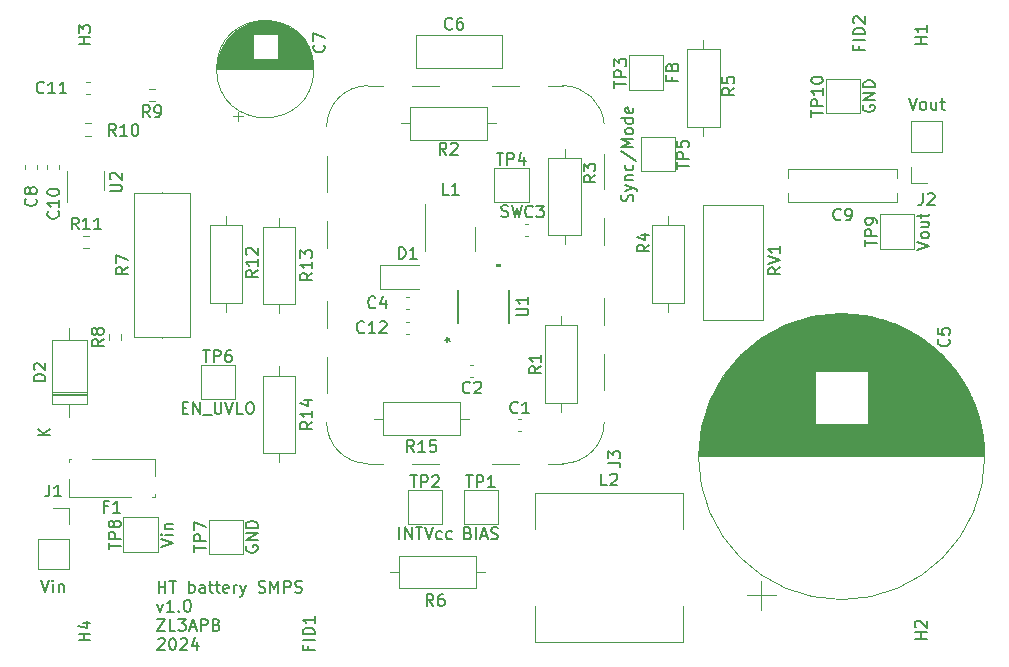
<source format=gbr>
%TF.GenerationSoftware,KiCad,Pcbnew,7.0.7*%
%TF.CreationDate,2024-03-07T15:54:46+13:00*%
%TF.ProjectId,high_v_converter,68696768-5f76-45f6-936f-6e7665727465,rev?*%
%TF.SameCoordinates,Original*%
%TF.FileFunction,Legend,Top*%
%TF.FilePolarity,Positive*%
%FSLAX46Y46*%
G04 Gerber Fmt 4.6, Leading zero omitted, Abs format (unit mm)*
G04 Created by KiCad (PCBNEW 7.0.7) date 2024-03-07 15:54:46*
%MOMM*%
%LPD*%
G01*
G04 APERTURE LIST*
%ADD10C,0.200000*%
%ADD11C,0.150000*%
%ADD12C,0.120000*%
%ADD13C,0.152400*%
G04 APERTURE END LIST*
D10*
X117769673Y-131837219D02*
X117769673Y-130837219D01*
X117769673Y-131313409D02*
X118341101Y-131313409D01*
X118341101Y-131837219D02*
X118341101Y-130837219D01*
X118674435Y-130837219D02*
X119245863Y-130837219D01*
X118960149Y-131837219D02*
X118960149Y-130837219D01*
X120341102Y-131837219D02*
X120341102Y-130837219D01*
X120341102Y-131218171D02*
X120436340Y-131170552D01*
X120436340Y-131170552D02*
X120626816Y-131170552D01*
X120626816Y-131170552D02*
X120722054Y-131218171D01*
X120722054Y-131218171D02*
X120769673Y-131265790D01*
X120769673Y-131265790D02*
X120817292Y-131361028D01*
X120817292Y-131361028D02*
X120817292Y-131646742D01*
X120817292Y-131646742D02*
X120769673Y-131741980D01*
X120769673Y-131741980D02*
X120722054Y-131789600D01*
X120722054Y-131789600D02*
X120626816Y-131837219D01*
X120626816Y-131837219D02*
X120436340Y-131837219D01*
X120436340Y-131837219D02*
X120341102Y-131789600D01*
X121674435Y-131837219D02*
X121674435Y-131313409D01*
X121674435Y-131313409D02*
X121626816Y-131218171D01*
X121626816Y-131218171D02*
X121531578Y-131170552D01*
X121531578Y-131170552D02*
X121341102Y-131170552D01*
X121341102Y-131170552D02*
X121245864Y-131218171D01*
X121674435Y-131789600D02*
X121579197Y-131837219D01*
X121579197Y-131837219D02*
X121341102Y-131837219D01*
X121341102Y-131837219D02*
X121245864Y-131789600D01*
X121245864Y-131789600D02*
X121198245Y-131694361D01*
X121198245Y-131694361D02*
X121198245Y-131599123D01*
X121198245Y-131599123D02*
X121245864Y-131503885D01*
X121245864Y-131503885D02*
X121341102Y-131456266D01*
X121341102Y-131456266D02*
X121579197Y-131456266D01*
X121579197Y-131456266D02*
X121674435Y-131408647D01*
X122007769Y-131170552D02*
X122388721Y-131170552D01*
X122150626Y-130837219D02*
X122150626Y-131694361D01*
X122150626Y-131694361D02*
X122198245Y-131789600D01*
X122198245Y-131789600D02*
X122293483Y-131837219D01*
X122293483Y-131837219D02*
X122388721Y-131837219D01*
X122579198Y-131170552D02*
X122960150Y-131170552D01*
X122722055Y-130837219D02*
X122722055Y-131694361D01*
X122722055Y-131694361D02*
X122769674Y-131789600D01*
X122769674Y-131789600D02*
X122864912Y-131837219D01*
X122864912Y-131837219D02*
X122960150Y-131837219D01*
X123674436Y-131789600D02*
X123579198Y-131837219D01*
X123579198Y-131837219D02*
X123388722Y-131837219D01*
X123388722Y-131837219D02*
X123293484Y-131789600D01*
X123293484Y-131789600D02*
X123245865Y-131694361D01*
X123245865Y-131694361D02*
X123245865Y-131313409D01*
X123245865Y-131313409D02*
X123293484Y-131218171D01*
X123293484Y-131218171D02*
X123388722Y-131170552D01*
X123388722Y-131170552D02*
X123579198Y-131170552D01*
X123579198Y-131170552D02*
X123674436Y-131218171D01*
X123674436Y-131218171D02*
X123722055Y-131313409D01*
X123722055Y-131313409D02*
X123722055Y-131408647D01*
X123722055Y-131408647D02*
X123245865Y-131503885D01*
X124150627Y-131837219D02*
X124150627Y-131170552D01*
X124150627Y-131361028D02*
X124198246Y-131265790D01*
X124198246Y-131265790D02*
X124245865Y-131218171D01*
X124245865Y-131218171D02*
X124341103Y-131170552D01*
X124341103Y-131170552D02*
X124436341Y-131170552D01*
X124674437Y-131170552D02*
X124912532Y-131837219D01*
X125150627Y-131170552D02*
X124912532Y-131837219D01*
X124912532Y-131837219D02*
X124817294Y-132075314D01*
X124817294Y-132075314D02*
X124769675Y-132122933D01*
X124769675Y-132122933D02*
X124674437Y-132170552D01*
X126245866Y-131789600D02*
X126388723Y-131837219D01*
X126388723Y-131837219D02*
X126626818Y-131837219D01*
X126626818Y-131837219D02*
X126722056Y-131789600D01*
X126722056Y-131789600D02*
X126769675Y-131741980D01*
X126769675Y-131741980D02*
X126817294Y-131646742D01*
X126817294Y-131646742D02*
X126817294Y-131551504D01*
X126817294Y-131551504D02*
X126769675Y-131456266D01*
X126769675Y-131456266D02*
X126722056Y-131408647D01*
X126722056Y-131408647D02*
X126626818Y-131361028D01*
X126626818Y-131361028D02*
X126436342Y-131313409D01*
X126436342Y-131313409D02*
X126341104Y-131265790D01*
X126341104Y-131265790D02*
X126293485Y-131218171D01*
X126293485Y-131218171D02*
X126245866Y-131122933D01*
X126245866Y-131122933D02*
X126245866Y-131027695D01*
X126245866Y-131027695D02*
X126293485Y-130932457D01*
X126293485Y-130932457D02*
X126341104Y-130884838D01*
X126341104Y-130884838D02*
X126436342Y-130837219D01*
X126436342Y-130837219D02*
X126674437Y-130837219D01*
X126674437Y-130837219D02*
X126817294Y-130884838D01*
X127245866Y-131837219D02*
X127245866Y-130837219D01*
X127245866Y-130837219D02*
X127579199Y-131551504D01*
X127579199Y-131551504D02*
X127912532Y-130837219D01*
X127912532Y-130837219D02*
X127912532Y-131837219D01*
X128388723Y-131837219D02*
X128388723Y-130837219D01*
X128388723Y-130837219D02*
X128769675Y-130837219D01*
X128769675Y-130837219D02*
X128864913Y-130884838D01*
X128864913Y-130884838D02*
X128912532Y-130932457D01*
X128912532Y-130932457D02*
X128960151Y-131027695D01*
X128960151Y-131027695D02*
X128960151Y-131170552D01*
X128960151Y-131170552D02*
X128912532Y-131265790D01*
X128912532Y-131265790D02*
X128864913Y-131313409D01*
X128864913Y-131313409D02*
X128769675Y-131361028D01*
X128769675Y-131361028D02*
X128388723Y-131361028D01*
X129341104Y-131789600D02*
X129483961Y-131837219D01*
X129483961Y-131837219D02*
X129722056Y-131837219D01*
X129722056Y-131837219D02*
X129817294Y-131789600D01*
X129817294Y-131789600D02*
X129864913Y-131741980D01*
X129864913Y-131741980D02*
X129912532Y-131646742D01*
X129912532Y-131646742D02*
X129912532Y-131551504D01*
X129912532Y-131551504D02*
X129864913Y-131456266D01*
X129864913Y-131456266D02*
X129817294Y-131408647D01*
X129817294Y-131408647D02*
X129722056Y-131361028D01*
X129722056Y-131361028D02*
X129531580Y-131313409D01*
X129531580Y-131313409D02*
X129436342Y-131265790D01*
X129436342Y-131265790D02*
X129388723Y-131218171D01*
X129388723Y-131218171D02*
X129341104Y-131122933D01*
X129341104Y-131122933D02*
X129341104Y-131027695D01*
X129341104Y-131027695D02*
X129388723Y-130932457D01*
X129388723Y-130932457D02*
X129436342Y-130884838D01*
X129436342Y-130884838D02*
X129531580Y-130837219D01*
X129531580Y-130837219D02*
X129769675Y-130837219D01*
X129769675Y-130837219D02*
X129912532Y-130884838D01*
X117674435Y-132780552D02*
X117912530Y-133447219D01*
X117912530Y-133447219D02*
X118150625Y-132780552D01*
X119055387Y-133447219D02*
X118483959Y-133447219D01*
X118769673Y-133447219D02*
X118769673Y-132447219D01*
X118769673Y-132447219D02*
X118674435Y-132590076D01*
X118674435Y-132590076D02*
X118579197Y-132685314D01*
X118579197Y-132685314D02*
X118483959Y-132732933D01*
X119483959Y-133351980D02*
X119531578Y-133399600D01*
X119531578Y-133399600D02*
X119483959Y-133447219D01*
X119483959Y-133447219D02*
X119436340Y-133399600D01*
X119436340Y-133399600D02*
X119483959Y-133351980D01*
X119483959Y-133351980D02*
X119483959Y-133447219D01*
X120150625Y-132447219D02*
X120245863Y-132447219D01*
X120245863Y-132447219D02*
X120341101Y-132494838D01*
X120341101Y-132494838D02*
X120388720Y-132542457D01*
X120388720Y-132542457D02*
X120436339Y-132637695D01*
X120436339Y-132637695D02*
X120483958Y-132828171D01*
X120483958Y-132828171D02*
X120483958Y-133066266D01*
X120483958Y-133066266D02*
X120436339Y-133256742D01*
X120436339Y-133256742D02*
X120388720Y-133351980D01*
X120388720Y-133351980D02*
X120341101Y-133399600D01*
X120341101Y-133399600D02*
X120245863Y-133447219D01*
X120245863Y-133447219D02*
X120150625Y-133447219D01*
X120150625Y-133447219D02*
X120055387Y-133399600D01*
X120055387Y-133399600D02*
X120007768Y-133351980D01*
X120007768Y-133351980D02*
X119960149Y-133256742D01*
X119960149Y-133256742D02*
X119912530Y-133066266D01*
X119912530Y-133066266D02*
X119912530Y-132828171D01*
X119912530Y-132828171D02*
X119960149Y-132637695D01*
X119960149Y-132637695D02*
X120007768Y-132542457D01*
X120007768Y-132542457D02*
X120055387Y-132494838D01*
X120055387Y-132494838D02*
X120150625Y-132447219D01*
X117674435Y-134057219D02*
X118341101Y-134057219D01*
X118341101Y-134057219D02*
X117674435Y-135057219D01*
X117674435Y-135057219D02*
X118341101Y-135057219D01*
X119198244Y-135057219D02*
X118722054Y-135057219D01*
X118722054Y-135057219D02*
X118722054Y-134057219D01*
X119436340Y-134057219D02*
X120055387Y-134057219D01*
X120055387Y-134057219D02*
X119722054Y-134438171D01*
X119722054Y-134438171D02*
X119864911Y-134438171D01*
X119864911Y-134438171D02*
X119960149Y-134485790D01*
X119960149Y-134485790D02*
X120007768Y-134533409D01*
X120007768Y-134533409D02*
X120055387Y-134628647D01*
X120055387Y-134628647D02*
X120055387Y-134866742D01*
X120055387Y-134866742D02*
X120007768Y-134961980D01*
X120007768Y-134961980D02*
X119960149Y-135009600D01*
X119960149Y-135009600D02*
X119864911Y-135057219D01*
X119864911Y-135057219D02*
X119579197Y-135057219D01*
X119579197Y-135057219D02*
X119483959Y-135009600D01*
X119483959Y-135009600D02*
X119436340Y-134961980D01*
X120436340Y-134771504D02*
X120912530Y-134771504D01*
X120341102Y-135057219D02*
X120674435Y-134057219D01*
X120674435Y-134057219D02*
X121007768Y-135057219D01*
X121341102Y-135057219D02*
X121341102Y-134057219D01*
X121341102Y-134057219D02*
X121722054Y-134057219D01*
X121722054Y-134057219D02*
X121817292Y-134104838D01*
X121817292Y-134104838D02*
X121864911Y-134152457D01*
X121864911Y-134152457D02*
X121912530Y-134247695D01*
X121912530Y-134247695D02*
X121912530Y-134390552D01*
X121912530Y-134390552D02*
X121864911Y-134485790D01*
X121864911Y-134485790D02*
X121817292Y-134533409D01*
X121817292Y-134533409D02*
X121722054Y-134581028D01*
X121722054Y-134581028D02*
X121341102Y-134581028D01*
X122674435Y-134533409D02*
X122817292Y-134581028D01*
X122817292Y-134581028D02*
X122864911Y-134628647D01*
X122864911Y-134628647D02*
X122912530Y-134723885D01*
X122912530Y-134723885D02*
X122912530Y-134866742D01*
X122912530Y-134866742D02*
X122864911Y-134961980D01*
X122864911Y-134961980D02*
X122817292Y-135009600D01*
X122817292Y-135009600D02*
X122722054Y-135057219D01*
X122722054Y-135057219D02*
X122341102Y-135057219D01*
X122341102Y-135057219D02*
X122341102Y-134057219D01*
X122341102Y-134057219D02*
X122674435Y-134057219D01*
X122674435Y-134057219D02*
X122769673Y-134104838D01*
X122769673Y-134104838D02*
X122817292Y-134152457D01*
X122817292Y-134152457D02*
X122864911Y-134247695D01*
X122864911Y-134247695D02*
X122864911Y-134342933D01*
X122864911Y-134342933D02*
X122817292Y-134438171D01*
X122817292Y-134438171D02*
X122769673Y-134485790D01*
X122769673Y-134485790D02*
X122674435Y-134533409D01*
X122674435Y-134533409D02*
X122341102Y-134533409D01*
X117722054Y-135762457D02*
X117769673Y-135714838D01*
X117769673Y-135714838D02*
X117864911Y-135667219D01*
X117864911Y-135667219D02*
X118103006Y-135667219D01*
X118103006Y-135667219D02*
X118198244Y-135714838D01*
X118198244Y-135714838D02*
X118245863Y-135762457D01*
X118245863Y-135762457D02*
X118293482Y-135857695D01*
X118293482Y-135857695D02*
X118293482Y-135952933D01*
X118293482Y-135952933D02*
X118245863Y-136095790D01*
X118245863Y-136095790D02*
X117674435Y-136667219D01*
X117674435Y-136667219D02*
X118293482Y-136667219D01*
X118912530Y-135667219D02*
X119007768Y-135667219D01*
X119007768Y-135667219D02*
X119103006Y-135714838D01*
X119103006Y-135714838D02*
X119150625Y-135762457D01*
X119150625Y-135762457D02*
X119198244Y-135857695D01*
X119198244Y-135857695D02*
X119245863Y-136048171D01*
X119245863Y-136048171D02*
X119245863Y-136286266D01*
X119245863Y-136286266D02*
X119198244Y-136476742D01*
X119198244Y-136476742D02*
X119150625Y-136571980D01*
X119150625Y-136571980D02*
X119103006Y-136619600D01*
X119103006Y-136619600D02*
X119007768Y-136667219D01*
X119007768Y-136667219D02*
X118912530Y-136667219D01*
X118912530Y-136667219D02*
X118817292Y-136619600D01*
X118817292Y-136619600D02*
X118769673Y-136571980D01*
X118769673Y-136571980D02*
X118722054Y-136476742D01*
X118722054Y-136476742D02*
X118674435Y-136286266D01*
X118674435Y-136286266D02*
X118674435Y-136048171D01*
X118674435Y-136048171D02*
X118722054Y-135857695D01*
X118722054Y-135857695D02*
X118769673Y-135762457D01*
X118769673Y-135762457D02*
X118817292Y-135714838D01*
X118817292Y-135714838D02*
X118912530Y-135667219D01*
X119626816Y-135762457D02*
X119674435Y-135714838D01*
X119674435Y-135714838D02*
X119769673Y-135667219D01*
X119769673Y-135667219D02*
X120007768Y-135667219D01*
X120007768Y-135667219D02*
X120103006Y-135714838D01*
X120103006Y-135714838D02*
X120150625Y-135762457D01*
X120150625Y-135762457D02*
X120198244Y-135857695D01*
X120198244Y-135857695D02*
X120198244Y-135952933D01*
X120198244Y-135952933D02*
X120150625Y-136095790D01*
X120150625Y-136095790D02*
X119579197Y-136667219D01*
X119579197Y-136667219D02*
X120198244Y-136667219D01*
X121055387Y-136000552D02*
X121055387Y-136667219D01*
X120817292Y-135619600D02*
X120579197Y-136333885D01*
X120579197Y-136333885D02*
X121198244Y-136333885D01*
D11*
X177054509Y-85571428D02*
X177054509Y-85904761D01*
X177578319Y-85904761D02*
X176578319Y-85904761D01*
X176578319Y-85904761D02*
X176578319Y-85428571D01*
X177578319Y-85047618D02*
X176578319Y-85047618D01*
X177578319Y-84571428D02*
X176578319Y-84571428D01*
X176578319Y-84571428D02*
X176578319Y-84333333D01*
X176578319Y-84333333D02*
X176625938Y-84190476D01*
X176625938Y-84190476D02*
X176721176Y-84095238D01*
X176721176Y-84095238D02*
X176816414Y-84047619D01*
X176816414Y-84047619D02*
X177006890Y-84000000D01*
X177006890Y-84000000D02*
X177149747Y-84000000D01*
X177149747Y-84000000D02*
X177340223Y-84047619D01*
X177340223Y-84047619D02*
X177435461Y-84095238D01*
X177435461Y-84095238D02*
X177530700Y-84190476D01*
X177530700Y-84190476D02*
X177578319Y-84333333D01*
X177578319Y-84333333D02*
X177578319Y-84571428D01*
X176673557Y-83619047D02*
X176625938Y-83571428D01*
X176625938Y-83571428D02*
X176578319Y-83476190D01*
X176578319Y-83476190D02*
X176578319Y-83238095D01*
X176578319Y-83238095D02*
X176625938Y-83142857D01*
X176625938Y-83142857D02*
X176673557Y-83095238D01*
X176673557Y-83095238D02*
X176768795Y-83047619D01*
X176768795Y-83047619D02*
X176864033Y-83047619D01*
X176864033Y-83047619D02*
X177006890Y-83095238D01*
X177006890Y-83095238D02*
X177578319Y-83666666D01*
X177578319Y-83666666D02*
X177578319Y-83047619D01*
X130454509Y-136371428D02*
X130454509Y-136704761D01*
X130978319Y-136704761D02*
X129978319Y-136704761D01*
X129978319Y-136704761D02*
X129978319Y-136228571D01*
X130978319Y-135847618D02*
X129978319Y-135847618D01*
X130978319Y-135371428D02*
X129978319Y-135371428D01*
X129978319Y-135371428D02*
X129978319Y-135133333D01*
X129978319Y-135133333D02*
X130025938Y-134990476D01*
X130025938Y-134990476D02*
X130121176Y-134895238D01*
X130121176Y-134895238D02*
X130216414Y-134847619D01*
X130216414Y-134847619D02*
X130406890Y-134800000D01*
X130406890Y-134800000D02*
X130549747Y-134800000D01*
X130549747Y-134800000D02*
X130740223Y-134847619D01*
X130740223Y-134847619D02*
X130835461Y-134895238D01*
X130835461Y-134895238D02*
X130930700Y-134990476D01*
X130930700Y-134990476D02*
X130978319Y-135133333D01*
X130978319Y-135133333D02*
X130978319Y-135371428D01*
X130978319Y-133847619D02*
X130978319Y-134419047D01*
X130978319Y-134133333D02*
X129978319Y-134133333D01*
X129978319Y-134133333D02*
X130121176Y-134228571D01*
X130121176Y-134228571D02*
X130216414Y-134323809D01*
X130216414Y-134323809D02*
X130264033Y-134419047D01*
X108184819Y-113918094D02*
X107184819Y-113918094D01*
X107184819Y-113918094D02*
X107184819Y-113679999D01*
X107184819Y-113679999D02*
X107232438Y-113537142D01*
X107232438Y-113537142D02*
X107327676Y-113441904D01*
X107327676Y-113441904D02*
X107422914Y-113394285D01*
X107422914Y-113394285D02*
X107613390Y-113346666D01*
X107613390Y-113346666D02*
X107756247Y-113346666D01*
X107756247Y-113346666D02*
X107946723Y-113394285D01*
X107946723Y-113394285D02*
X108041961Y-113441904D01*
X108041961Y-113441904D02*
X108137200Y-113537142D01*
X108137200Y-113537142D02*
X108184819Y-113679999D01*
X108184819Y-113679999D02*
X108184819Y-113918094D01*
X107280057Y-112965713D02*
X107232438Y-112918094D01*
X107232438Y-112918094D02*
X107184819Y-112822856D01*
X107184819Y-112822856D02*
X107184819Y-112584761D01*
X107184819Y-112584761D02*
X107232438Y-112489523D01*
X107232438Y-112489523D02*
X107280057Y-112441904D01*
X107280057Y-112441904D02*
X107375295Y-112394285D01*
X107375295Y-112394285D02*
X107470533Y-112394285D01*
X107470533Y-112394285D02*
X107613390Y-112441904D01*
X107613390Y-112441904D02*
X108184819Y-113013332D01*
X108184819Y-113013332D02*
X108184819Y-112394285D01*
X108554819Y-118521904D02*
X107554819Y-118521904D01*
X108554819Y-117950476D02*
X107983390Y-118379047D01*
X107554819Y-117950476D02*
X108126247Y-118521904D01*
X126154819Y-104542857D02*
X125678628Y-104876190D01*
X126154819Y-105114285D02*
X125154819Y-105114285D01*
X125154819Y-105114285D02*
X125154819Y-104733333D01*
X125154819Y-104733333D02*
X125202438Y-104638095D01*
X125202438Y-104638095D02*
X125250057Y-104590476D01*
X125250057Y-104590476D02*
X125345295Y-104542857D01*
X125345295Y-104542857D02*
X125488152Y-104542857D01*
X125488152Y-104542857D02*
X125583390Y-104590476D01*
X125583390Y-104590476D02*
X125631009Y-104638095D01*
X125631009Y-104638095D02*
X125678628Y-104733333D01*
X125678628Y-104733333D02*
X125678628Y-105114285D01*
X126154819Y-103590476D02*
X126154819Y-104161904D01*
X126154819Y-103876190D02*
X125154819Y-103876190D01*
X125154819Y-103876190D02*
X125297676Y-103971428D01*
X125297676Y-103971428D02*
X125392914Y-104066666D01*
X125392914Y-104066666D02*
X125440533Y-104161904D01*
X125250057Y-103209523D02*
X125202438Y-103161904D01*
X125202438Y-103161904D02*
X125154819Y-103066666D01*
X125154819Y-103066666D02*
X125154819Y-102828571D01*
X125154819Y-102828571D02*
X125202438Y-102733333D01*
X125202438Y-102733333D02*
X125250057Y-102685714D01*
X125250057Y-102685714D02*
X125345295Y-102638095D01*
X125345295Y-102638095D02*
X125440533Y-102638095D01*
X125440533Y-102638095D02*
X125583390Y-102685714D01*
X125583390Y-102685714D02*
X126154819Y-103257142D01*
X126154819Y-103257142D02*
X126154819Y-102638095D01*
X155854819Y-120833333D02*
X156569104Y-120833333D01*
X156569104Y-120833333D02*
X156711961Y-120880952D01*
X156711961Y-120880952D02*
X156807200Y-120976190D01*
X156807200Y-120976190D02*
X156854819Y-121119047D01*
X156854819Y-121119047D02*
X156854819Y-121214285D01*
X155854819Y-120452380D02*
X155854819Y-119833333D01*
X155854819Y-119833333D02*
X156235771Y-120166666D01*
X156235771Y-120166666D02*
X156235771Y-120023809D01*
X156235771Y-120023809D02*
X156283390Y-119928571D01*
X156283390Y-119928571D02*
X156331009Y-119880952D01*
X156331009Y-119880952D02*
X156426247Y-119833333D01*
X156426247Y-119833333D02*
X156664342Y-119833333D01*
X156664342Y-119833333D02*
X156759580Y-119880952D01*
X156759580Y-119880952D02*
X156807200Y-119928571D01*
X156807200Y-119928571D02*
X156854819Y-120023809D01*
X156854819Y-120023809D02*
X156854819Y-120309523D01*
X156854819Y-120309523D02*
X156807200Y-120404761D01*
X156807200Y-120404761D02*
X156759580Y-120452380D01*
X149433333Y-99959580D02*
X149385714Y-100007200D01*
X149385714Y-100007200D02*
X149242857Y-100054819D01*
X149242857Y-100054819D02*
X149147619Y-100054819D01*
X149147619Y-100054819D02*
X149004762Y-100007200D01*
X149004762Y-100007200D02*
X148909524Y-99911961D01*
X148909524Y-99911961D02*
X148861905Y-99816723D01*
X148861905Y-99816723D02*
X148814286Y-99626247D01*
X148814286Y-99626247D02*
X148814286Y-99483390D01*
X148814286Y-99483390D02*
X148861905Y-99292914D01*
X148861905Y-99292914D02*
X148909524Y-99197676D01*
X148909524Y-99197676D02*
X149004762Y-99102438D01*
X149004762Y-99102438D02*
X149147619Y-99054819D01*
X149147619Y-99054819D02*
X149242857Y-99054819D01*
X149242857Y-99054819D02*
X149385714Y-99102438D01*
X149385714Y-99102438D02*
X149433333Y-99150057D01*
X149766667Y-99054819D02*
X150385714Y-99054819D01*
X150385714Y-99054819D02*
X150052381Y-99435771D01*
X150052381Y-99435771D02*
X150195238Y-99435771D01*
X150195238Y-99435771D02*
X150290476Y-99483390D01*
X150290476Y-99483390D02*
X150338095Y-99531009D01*
X150338095Y-99531009D02*
X150385714Y-99626247D01*
X150385714Y-99626247D02*
X150385714Y-99864342D01*
X150385714Y-99864342D02*
X150338095Y-99959580D01*
X150338095Y-99959580D02*
X150290476Y-100007200D01*
X150290476Y-100007200D02*
X150195238Y-100054819D01*
X150195238Y-100054819D02*
X149909524Y-100054819D01*
X149909524Y-100054819D02*
X149814286Y-100007200D01*
X149814286Y-100007200D02*
X149766667Y-99959580D01*
X108516666Y-122684819D02*
X108516666Y-123399104D01*
X108516666Y-123399104D02*
X108469047Y-123541961D01*
X108469047Y-123541961D02*
X108373809Y-123637200D01*
X108373809Y-123637200D02*
X108230952Y-123684819D01*
X108230952Y-123684819D02*
X108135714Y-123684819D01*
X109516666Y-123684819D02*
X108945238Y-123684819D01*
X109230952Y-123684819D02*
X109230952Y-122684819D01*
X109230952Y-122684819D02*
X109135714Y-122827676D01*
X109135714Y-122827676D02*
X109040476Y-122922914D01*
X109040476Y-122922914D02*
X108945238Y-122970533D01*
X107826191Y-130764819D02*
X108159524Y-131764819D01*
X108159524Y-131764819D02*
X108492857Y-130764819D01*
X108826191Y-131764819D02*
X108826191Y-131098152D01*
X108826191Y-130764819D02*
X108778572Y-130812438D01*
X108778572Y-130812438D02*
X108826191Y-130860057D01*
X108826191Y-130860057D02*
X108873810Y-130812438D01*
X108873810Y-130812438D02*
X108826191Y-130764819D01*
X108826191Y-130764819D02*
X108826191Y-130860057D01*
X109302381Y-131098152D02*
X109302381Y-131764819D01*
X109302381Y-131193390D02*
X109350000Y-131145771D01*
X109350000Y-131145771D02*
X109445238Y-131098152D01*
X109445238Y-131098152D02*
X109588095Y-131098152D01*
X109588095Y-131098152D02*
X109683333Y-131145771D01*
X109683333Y-131145771D02*
X109730952Y-131241009D01*
X109730952Y-131241009D02*
X109730952Y-131764819D01*
X175523333Y-100219580D02*
X175475714Y-100267200D01*
X175475714Y-100267200D02*
X175332857Y-100314819D01*
X175332857Y-100314819D02*
X175237619Y-100314819D01*
X175237619Y-100314819D02*
X175094762Y-100267200D01*
X175094762Y-100267200D02*
X174999524Y-100171961D01*
X174999524Y-100171961D02*
X174951905Y-100076723D01*
X174951905Y-100076723D02*
X174904286Y-99886247D01*
X174904286Y-99886247D02*
X174904286Y-99743390D01*
X174904286Y-99743390D02*
X174951905Y-99552914D01*
X174951905Y-99552914D02*
X174999524Y-99457676D01*
X174999524Y-99457676D02*
X175094762Y-99362438D01*
X175094762Y-99362438D02*
X175237619Y-99314819D01*
X175237619Y-99314819D02*
X175332857Y-99314819D01*
X175332857Y-99314819D02*
X175475714Y-99362438D01*
X175475714Y-99362438D02*
X175523333Y-99410057D01*
X175999524Y-100314819D02*
X176190000Y-100314819D01*
X176190000Y-100314819D02*
X176285238Y-100267200D01*
X176285238Y-100267200D02*
X176332857Y-100219580D01*
X176332857Y-100219580D02*
X176428095Y-100076723D01*
X176428095Y-100076723D02*
X176475714Y-99886247D01*
X176475714Y-99886247D02*
X176475714Y-99505295D01*
X176475714Y-99505295D02*
X176428095Y-99410057D01*
X176428095Y-99410057D02*
X176380476Y-99362438D01*
X176380476Y-99362438D02*
X176285238Y-99314819D01*
X176285238Y-99314819D02*
X176094762Y-99314819D01*
X176094762Y-99314819D02*
X175999524Y-99362438D01*
X175999524Y-99362438D02*
X175951905Y-99410057D01*
X175951905Y-99410057D02*
X175904286Y-99505295D01*
X175904286Y-99505295D02*
X175904286Y-99743390D01*
X175904286Y-99743390D02*
X175951905Y-99838628D01*
X175951905Y-99838628D02*
X175999524Y-99886247D01*
X175999524Y-99886247D02*
X176094762Y-99933866D01*
X176094762Y-99933866D02*
X176285238Y-99933866D01*
X176285238Y-99933866D02*
X176380476Y-99886247D01*
X176380476Y-99886247D02*
X176428095Y-99838628D01*
X176428095Y-99838628D02*
X176475714Y-99743390D01*
X142633333Y-84059580D02*
X142585714Y-84107200D01*
X142585714Y-84107200D02*
X142442857Y-84154819D01*
X142442857Y-84154819D02*
X142347619Y-84154819D01*
X142347619Y-84154819D02*
X142204762Y-84107200D01*
X142204762Y-84107200D02*
X142109524Y-84011961D01*
X142109524Y-84011961D02*
X142061905Y-83916723D01*
X142061905Y-83916723D02*
X142014286Y-83726247D01*
X142014286Y-83726247D02*
X142014286Y-83583390D01*
X142014286Y-83583390D02*
X142061905Y-83392914D01*
X142061905Y-83392914D02*
X142109524Y-83297676D01*
X142109524Y-83297676D02*
X142204762Y-83202438D01*
X142204762Y-83202438D02*
X142347619Y-83154819D01*
X142347619Y-83154819D02*
X142442857Y-83154819D01*
X142442857Y-83154819D02*
X142585714Y-83202438D01*
X142585714Y-83202438D02*
X142633333Y-83250057D01*
X143490476Y-83154819D02*
X143300000Y-83154819D01*
X143300000Y-83154819D02*
X143204762Y-83202438D01*
X143204762Y-83202438D02*
X143157143Y-83250057D01*
X143157143Y-83250057D02*
X143061905Y-83392914D01*
X143061905Y-83392914D02*
X143014286Y-83583390D01*
X143014286Y-83583390D02*
X143014286Y-83964342D01*
X143014286Y-83964342D02*
X143061905Y-84059580D01*
X143061905Y-84059580D02*
X143109524Y-84107200D01*
X143109524Y-84107200D02*
X143204762Y-84154819D01*
X143204762Y-84154819D02*
X143395238Y-84154819D01*
X143395238Y-84154819D02*
X143490476Y-84107200D01*
X143490476Y-84107200D02*
X143538095Y-84059580D01*
X143538095Y-84059580D02*
X143585714Y-83964342D01*
X143585714Y-83964342D02*
X143585714Y-83726247D01*
X143585714Y-83726247D02*
X143538095Y-83631009D01*
X143538095Y-83631009D02*
X143490476Y-83583390D01*
X143490476Y-83583390D02*
X143395238Y-83535771D01*
X143395238Y-83535771D02*
X143204762Y-83535771D01*
X143204762Y-83535771D02*
X143109524Y-83583390D01*
X143109524Y-83583390D02*
X143061905Y-83631009D01*
X143061905Y-83631009D02*
X143014286Y-83726247D01*
X110994642Y-101079819D02*
X110661309Y-100603628D01*
X110423214Y-101079819D02*
X110423214Y-100079819D01*
X110423214Y-100079819D02*
X110804166Y-100079819D01*
X110804166Y-100079819D02*
X110899404Y-100127438D01*
X110899404Y-100127438D02*
X110947023Y-100175057D01*
X110947023Y-100175057D02*
X110994642Y-100270295D01*
X110994642Y-100270295D02*
X110994642Y-100413152D01*
X110994642Y-100413152D02*
X110947023Y-100508390D01*
X110947023Y-100508390D02*
X110899404Y-100556009D01*
X110899404Y-100556009D02*
X110804166Y-100603628D01*
X110804166Y-100603628D02*
X110423214Y-100603628D01*
X111947023Y-101079819D02*
X111375595Y-101079819D01*
X111661309Y-101079819D02*
X111661309Y-100079819D01*
X111661309Y-100079819D02*
X111566071Y-100222676D01*
X111566071Y-100222676D02*
X111470833Y-100317914D01*
X111470833Y-100317914D02*
X111375595Y-100365533D01*
X112899404Y-101079819D02*
X112327976Y-101079819D01*
X112613690Y-101079819D02*
X112613690Y-100079819D01*
X112613690Y-100079819D02*
X112518452Y-100222676D01*
X112518452Y-100222676D02*
X112423214Y-100317914D01*
X112423214Y-100317914D02*
X112327976Y-100365533D01*
X138111905Y-103554819D02*
X138111905Y-102554819D01*
X138111905Y-102554819D02*
X138350000Y-102554819D01*
X138350000Y-102554819D02*
X138492857Y-102602438D01*
X138492857Y-102602438D02*
X138588095Y-102697676D01*
X138588095Y-102697676D02*
X138635714Y-102792914D01*
X138635714Y-102792914D02*
X138683333Y-102983390D01*
X138683333Y-102983390D02*
X138683333Y-103126247D01*
X138683333Y-103126247D02*
X138635714Y-103316723D01*
X138635714Y-103316723D02*
X138588095Y-103411961D01*
X138588095Y-103411961D02*
X138492857Y-103507200D01*
X138492857Y-103507200D02*
X138350000Y-103554819D01*
X138350000Y-103554819D02*
X138111905Y-103554819D01*
X139635714Y-103554819D02*
X139064286Y-103554819D01*
X139350000Y-103554819D02*
X139350000Y-102554819D01*
X139350000Y-102554819D02*
X139254762Y-102697676D01*
X139254762Y-102697676D02*
X139159524Y-102792914D01*
X139159524Y-102792914D02*
X139064286Y-102840533D01*
X139387142Y-119924819D02*
X139053809Y-119448628D01*
X138815714Y-119924819D02*
X138815714Y-118924819D01*
X138815714Y-118924819D02*
X139196666Y-118924819D01*
X139196666Y-118924819D02*
X139291904Y-118972438D01*
X139291904Y-118972438D02*
X139339523Y-119020057D01*
X139339523Y-119020057D02*
X139387142Y-119115295D01*
X139387142Y-119115295D02*
X139387142Y-119258152D01*
X139387142Y-119258152D02*
X139339523Y-119353390D01*
X139339523Y-119353390D02*
X139291904Y-119401009D01*
X139291904Y-119401009D02*
X139196666Y-119448628D01*
X139196666Y-119448628D02*
X138815714Y-119448628D01*
X140339523Y-119924819D02*
X139768095Y-119924819D01*
X140053809Y-119924819D02*
X140053809Y-118924819D01*
X140053809Y-118924819D02*
X139958571Y-119067676D01*
X139958571Y-119067676D02*
X139863333Y-119162914D01*
X139863333Y-119162914D02*
X139768095Y-119210533D01*
X141244285Y-118924819D02*
X140768095Y-118924819D01*
X140768095Y-118924819D02*
X140720476Y-119401009D01*
X140720476Y-119401009D02*
X140768095Y-119353390D01*
X140768095Y-119353390D02*
X140863333Y-119305771D01*
X140863333Y-119305771D02*
X141101428Y-119305771D01*
X141101428Y-119305771D02*
X141196666Y-119353390D01*
X141196666Y-119353390D02*
X141244285Y-119401009D01*
X141244285Y-119401009D02*
X141291904Y-119496247D01*
X141291904Y-119496247D02*
X141291904Y-119734342D01*
X141291904Y-119734342D02*
X141244285Y-119829580D01*
X141244285Y-119829580D02*
X141196666Y-119877200D01*
X141196666Y-119877200D02*
X141101428Y-119924819D01*
X141101428Y-119924819D02*
X140863333Y-119924819D01*
X140863333Y-119924819D02*
X140768095Y-119877200D01*
X140768095Y-119877200D02*
X140720476Y-119829580D01*
X130774819Y-104762857D02*
X130298628Y-105096190D01*
X130774819Y-105334285D02*
X129774819Y-105334285D01*
X129774819Y-105334285D02*
X129774819Y-104953333D01*
X129774819Y-104953333D02*
X129822438Y-104858095D01*
X129822438Y-104858095D02*
X129870057Y-104810476D01*
X129870057Y-104810476D02*
X129965295Y-104762857D01*
X129965295Y-104762857D02*
X130108152Y-104762857D01*
X130108152Y-104762857D02*
X130203390Y-104810476D01*
X130203390Y-104810476D02*
X130251009Y-104858095D01*
X130251009Y-104858095D02*
X130298628Y-104953333D01*
X130298628Y-104953333D02*
X130298628Y-105334285D01*
X130774819Y-103810476D02*
X130774819Y-104381904D01*
X130774819Y-104096190D02*
X129774819Y-104096190D01*
X129774819Y-104096190D02*
X129917676Y-104191428D01*
X129917676Y-104191428D02*
X130012914Y-104286666D01*
X130012914Y-104286666D02*
X130060533Y-104381904D01*
X129774819Y-103477142D02*
X129774819Y-102858095D01*
X129774819Y-102858095D02*
X130155771Y-103191428D01*
X130155771Y-103191428D02*
X130155771Y-103048571D01*
X130155771Y-103048571D02*
X130203390Y-102953333D01*
X130203390Y-102953333D02*
X130251009Y-102905714D01*
X130251009Y-102905714D02*
X130346247Y-102858095D01*
X130346247Y-102858095D02*
X130584342Y-102858095D01*
X130584342Y-102858095D02*
X130679580Y-102905714D01*
X130679580Y-102905714D02*
X130727200Y-102953333D01*
X130727200Y-102953333D02*
X130774819Y-103048571D01*
X130774819Y-103048571D02*
X130774819Y-103334285D01*
X130774819Y-103334285D02*
X130727200Y-103429523D01*
X130727200Y-103429523D02*
X130679580Y-103477142D01*
X109259580Y-99542857D02*
X109307200Y-99590476D01*
X109307200Y-99590476D02*
X109354819Y-99733333D01*
X109354819Y-99733333D02*
X109354819Y-99828571D01*
X109354819Y-99828571D02*
X109307200Y-99971428D01*
X109307200Y-99971428D02*
X109211961Y-100066666D01*
X109211961Y-100066666D02*
X109116723Y-100114285D01*
X109116723Y-100114285D02*
X108926247Y-100161904D01*
X108926247Y-100161904D02*
X108783390Y-100161904D01*
X108783390Y-100161904D02*
X108592914Y-100114285D01*
X108592914Y-100114285D02*
X108497676Y-100066666D01*
X108497676Y-100066666D02*
X108402438Y-99971428D01*
X108402438Y-99971428D02*
X108354819Y-99828571D01*
X108354819Y-99828571D02*
X108354819Y-99733333D01*
X108354819Y-99733333D02*
X108402438Y-99590476D01*
X108402438Y-99590476D02*
X108450057Y-99542857D01*
X109354819Y-98590476D02*
X109354819Y-99161904D01*
X109354819Y-98876190D02*
X108354819Y-98876190D01*
X108354819Y-98876190D02*
X108497676Y-98971428D01*
X108497676Y-98971428D02*
X108592914Y-99066666D01*
X108592914Y-99066666D02*
X108640533Y-99161904D01*
X108354819Y-97971428D02*
X108354819Y-97876190D01*
X108354819Y-97876190D02*
X108402438Y-97780952D01*
X108402438Y-97780952D02*
X108450057Y-97733333D01*
X108450057Y-97733333D02*
X108545295Y-97685714D01*
X108545295Y-97685714D02*
X108735771Y-97638095D01*
X108735771Y-97638095D02*
X108973866Y-97638095D01*
X108973866Y-97638095D02*
X109164342Y-97685714D01*
X109164342Y-97685714D02*
X109259580Y-97733333D01*
X109259580Y-97733333D02*
X109307200Y-97780952D01*
X109307200Y-97780952D02*
X109354819Y-97876190D01*
X109354819Y-97876190D02*
X109354819Y-97971428D01*
X109354819Y-97971428D02*
X109307200Y-98066666D01*
X109307200Y-98066666D02*
X109259580Y-98114285D01*
X109259580Y-98114285D02*
X109164342Y-98161904D01*
X109164342Y-98161904D02*
X108973866Y-98209523D01*
X108973866Y-98209523D02*
X108735771Y-98209523D01*
X108735771Y-98209523D02*
X108545295Y-98161904D01*
X108545295Y-98161904D02*
X108450057Y-98114285D01*
X108450057Y-98114285D02*
X108402438Y-98066666D01*
X108402438Y-98066666D02*
X108354819Y-97971428D01*
X146388095Y-94606819D02*
X146959523Y-94606819D01*
X146673809Y-95606819D02*
X146673809Y-94606819D01*
X147292857Y-95606819D02*
X147292857Y-94606819D01*
X147292857Y-94606819D02*
X147673809Y-94606819D01*
X147673809Y-94606819D02*
X147769047Y-94654438D01*
X147769047Y-94654438D02*
X147816666Y-94702057D01*
X147816666Y-94702057D02*
X147864285Y-94797295D01*
X147864285Y-94797295D02*
X147864285Y-94940152D01*
X147864285Y-94940152D02*
X147816666Y-95035390D01*
X147816666Y-95035390D02*
X147769047Y-95083009D01*
X147769047Y-95083009D02*
X147673809Y-95130628D01*
X147673809Y-95130628D02*
X147292857Y-95130628D01*
X148721428Y-94940152D02*
X148721428Y-95606819D01*
X148483333Y-94559200D02*
X148245238Y-95273485D01*
X148245238Y-95273485D02*
X148864285Y-95273485D01*
X146792857Y-99957200D02*
X146935714Y-100004819D01*
X146935714Y-100004819D02*
X147173809Y-100004819D01*
X147173809Y-100004819D02*
X147269047Y-99957200D01*
X147269047Y-99957200D02*
X147316666Y-99909580D01*
X147316666Y-99909580D02*
X147364285Y-99814342D01*
X147364285Y-99814342D02*
X147364285Y-99719104D01*
X147364285Y-99719104D02*
X147316666Y-99623866D01*
X147316666Y-99623866D02*
X147269047Y-99576247D01*
X147269047Y-99576247D02*
X147173809Y-99528628D01*
X147173809Y-99528628D02*
X146983333Y-99481009D01*
X146983333Y-99481009D02*
X146888095Y-99433390D01*
X146888095Y-99433390D02*
X146840476Y-99385771D01*
X146840476Y-99385771D02*
X146792857Y-99290533D01*
X146792857Y-99290533D02*
X146792857Y-99195295D01*
X146792857Y-99195295D02*
X146840476Y-99100057D01*
X146840476Y-99100057D02*
X146888095Y-99052438D01*
X146888095Y-99052438D02*
X146983333Y-99004819D01*
X146983333Y-99004819D02*
X147221428Y-99004819D01*
X147221428Y-99004819D02*
X147364285Y-99052438D01*
X147697619Y-99004819D02*
X147935714Y-100004819D01*
X147935714Y-100004819D02*
X148126190Y-99290533D01*
X148126190Y-99290533D02*
X148316666Y-100004819D01*
X148316666Y-100004819D02*
X148554762Y-99004819D01*
X113466666Y-124531009D02*
X113133333Y-124531009D01*
X113133333Y-125054819D02*
X113133333Y-124054819D01*
X113133333Y-124054819D02*
X113609523Y-124054819D01*
X114514285Y-125054819D02*
X113942857Y-125054819D01*
X114228571Y-125054819D02*
X114228571Y-124054819D01*
X114228571Y-124054819D02*
X114133333Y-124197676D01*
X114133333Y-124197676D02*
X114038095Y-124292914D01*
X114038095Y-124292914D02*
X113942857Y-124340533D01*
X166504819Y-89086666D02*
X166028628Y-89419999D01*
X166504819Y-89658094D02*
X165504819Y-89658094D01*
X165504819Y-89658094D02*
X165504819Y-89277142D01*
X165504819Y-89277142D02*
X165552438Y-89181904D01*
X165552438Y-89181904D02*
X165600057Y-89134285D01*
X165600057Y-89134285D02*
X165695295Y-89086666D01*
X165695295Y-89086666D02*
X165838152Y-89086666D01*
X165838152Y-89086666D02*
X165933390Y-89134285D01*
X165933390Y-89134285D02*
X165981009Y-89181904D01*
X165981009Y-89181904D02*
X166028628Y-89277142D01*
X166028628Y-89277142D02*
X166028628Y-89658094D01*
X165504819Y-88181904D02*
X165504819Y-88658094D01*
X165504819Y-88658094D02*
X165981009Y-88705713D01*
X165981009Y-88705713D02*
X165933390Y-88658094D01*
X165933390Y-88658094D02*
X165885771Y-88562856D01*
X165885771Y-88562856D02*
X165885771Y-88324761D01*
X165885771Y-88324761D02*
X165933390Y-88229523D01*
X165933390Y-88229523D02*
X165981009Y-88181904D01*
X165981009Y-88181904D02*
X166076247Y-88134285D01*
X166076247Y-88134285D02*
X166314342Y-88134285D01*
X166314342Y-88134285D02*
X166409580Y-88181904D01*
X166409580Y-88181904D02*
X166457200Y-88229523D01*
X166457200Y-88229523D02*
X166504819Y-88324761D01*
X166504819Y-88324761D02*
X166504819Y-88562856D01*
X166504819Y-88562856D02*
X166457200Y-88658094D01*
X166457200Y-88658094D02*
X166409580Y-88705713D01*
X130774819Y-117362857D02*
X130298628Y-117696190D01*
X130774819Y-117934285D02*
X129774819Y-117934285D01*
X129774819Y-117934285D02*
X129774819Y-117553333D01*
X129774819Y-117553333D02*
X129822438Y-117458095D01*
X129822438Y-117458095D02*
X129870057Y-117410476D01*
X129870057Y-117410476D02*
X129965295Y-117362857D01*
X129965295Y-117362857D02*
X130108152Y-117362857D01*
X130108152Y-117362857D02*
X130203390Y-117410476D01*
X130203390Y-117410476D02*
X130251009Y-117458095D01*
X130251009Y-117458095D02*
X130298628Y-117553333D01*
X130298628Y-117553333D02*
X130298628Y-117934285D01*
X130774819Y-116410476D02*
X130774819Y-116981904D01*
X130774819Y-116696190D02*
X129774819Y-116696190D01*
X129774819Y-116696190D02*
X129917676Y-116791428D01*
X129917676Y-116791428D02*
X130012914Y-116886666D01*
X130012914Y-116886666D02*
X130060533Y-116981904D01*
X130108152Y-115553333D02*
X130774819Y-115553333D01*
X129727200Y-115791428D02*
X130441485Y-116029523D01*
X130441485Y-116029523D02*
X130441485Y-115410476D01*
X182466666Y-98024819D02*
X182466666Y-98739104D01*
X182466666Y-98739104D02*
X182419047Y-98881961D01*
X182419047Y-98881961D02*
X182323809Y-98977200D01*
X182323809Y-98977200D02*
X182180952Y-99024819D01*
X182180952Y-99024819D02*
X182085714Y-99024819D01*
X182895238Y-98120057D02*
X182942857Y-98072438D01*
X182942857Y-98072438D02*
X183038095Y-98024819D01*
X183038095Y-98024819D02*
X183276190Y-98024819D01*
X183276190Y-98024819D02*
X183371428Y-98072438D01*
X183371428Y-98072438D02*
X183419047Y-98120057D01*
X183419047Y-98120057D02*
X183466666Y-98215295D01*
X183466666Y-98215295D02*
X183466666Y-98310533D01*
X183466666Y-98310533D02*
X183419047Y-98453390D01*
X183419047Y-98453390D02*
X182847619Y-99024819D01*
X182847619Y-99024819D02*
X183466666Y-99024819D01*
X181276190Y-89944819D02*
X181609523Y-90944819D01*
X181609523Y-90944819D02*
X181942856Y-89944819D01*
X182419047Y-90944819D02*
X182323809Y-90897200D01*
X182323809Y-90897200D02*
X182276190Y-90849580D01*
X182276190Y-90849580D02*
X182228571Y-90754342D01*
X182228571Y-90754342D02*
X182228571Y-90468628D01*
X182228571Y-90468628D02*
X182276190Y-90373390D01*
X182276190Y-90373390D02*
X182323809Y-90325771D01*
X182323809Y-90325771D02*
X182419047Y-90278152D01*
X182419047Y-90278152D02*
X182561904Y-90278152D01*
X182561904Y-90278152D02*
X182657142Y-90325771D01*
X182657142Y-90325771D02*
X182704761Y-90373390D01*
X182704761Y-90373390D02*
X182752380Y-90468628D01*
X182752380Y-90468628D02*
X182752380Y-90754342D01*
X182752380Y-90754342D02*
X182704761Y-90849580D01*
X182704761Y-90849580D02*
X182657142Y-90897200D01*
X182657142Y-90897200D02*
X182561904Y-90944819D01*
X182561904Y-90944819D02*
X182419047Y-90944819D01*
X183609523Y-90278152D02*
X183609523Y-90944819D01*
X183180952Y-90278152D02*
X183180952Y-90801961D01*
X183180952Y-90801961D02*
X183228571Y-90897200D01*
X183228571Y-90897200D02*
X183323809Y-90944819D01*
X183323809Y-90944819D02*
X183466666Y-90944819D01*
X183466666Y-90944819D02*
X183561904Y-90897200D01*
X183561904Y-90897200D02*
X183609523Y-90849580D01*
X183942857Y-90278152D02*
X184323809Y-90278152D01*
X184085714Y-89944819D02*
X184085714Y-90801961D01*
X184085714Y-90801961D02*
X184133333Y-90897200D01*
X184133333Y-90897200D02*
X184228571Y-90944819D01*
X184228571Y-90944819D02*
X184323809Y-90944819D01*
X144133333Y-114859580D02*
X144085714Y-114907200D01*
X144085714Y-114907200D02*
X143942857Y-114954819D01*
X143942857Y-114954819D02*
X143847619Y-114954819D01*
X143847619Y-114954819D02*
X143704762Y-114907200D01*
X143704762Y-114907200D02*
X143609524Y-114811961D01*
X143609524Y-114811961D02*
X143561905Y-114716723D01*
X143561905Y-114716723D02*
X143514286Y-114526247D01*
X143514286Y-114526247D02*
X143514286Y-114383390D01*
X143514286Y-114383390D02*
X143561905Y-114192914D01*
X143561905Y-114192914D02*
X143609524Y-114097676D01*
X143609524Y-114097676D02*
X143704762Y-114002438D01*
X143704762Y-114002438D02*
X143847619Y-113954819D01*
X143847619Y-113954819D02*
X143942857Y-113954819D01*
X143942857Y-113954819D02*
X144085714Y-114002438D01*
X144085714Y-114002438D02*
X144133333Y-114050057D01*
X144514286Y-114050057D02*
X144561905Y-114002438D01*
X144561905Y-114002438D02*
X144657143Y-113954819D01*
X144657143Y-113954819D02*
X144895238Y-113954819D01*
X144895238Y-113954819D02*
X144990476Y-114002438D01*
X144990476Y-114002438D02*
X145038095Y-114050057D01*
X145038095Y-114050057D02*
X145085714Y-114145295D01*
X145085714Y-114145295D02*
X145085714Y-114240533D01*
X145085714Y-114240533D02*
X145038095Y-114383390D01*
X145038095Y-114383390D02*
X144466667Y-114954819D01*
X144466667Y-114954819D02*
X145085714Y-114954819D01*
X150154819Y-112666666D02*
X149678628Y-112999999D01*
X150154819Y-113238094D02*
X149154819Y-113238094D01*
X149154819Y-113238094D02*
X149154819Y-112857142D01*
X149154819Y-112857142D02*
X149202438Y-112761904D01*
X149202438Y-112761904D02*
X149250057Y-112714285D01*
X149250057Y-112714285D02*
X149345295Y-112666666D01*
X149345295Y-112666666D02*
X149488152Y-112666666D01*
X149488152Y-112666666D02*
X149583390Y-112714285D01*
X149583390Y-112714285D02*
X149631009Y-112761904D01*
X149631009Y-112761904D02*
X149678628Y-112857142D01*
X149678628Y-112857142D02*
X149678628Y-113238094D01*
X150154819Y-111714285D02*
X150154819Y-112285713D01*
X150154819Y-111999999D02*
X149154819Y-111999999D01*
X149154819Y-111999999D02*
X149297676Y-112095237D01*
X149297676Y-112095237D02*
X149392914Y-112190475D01*
X149392914Y-112190475D02*
X149440533Y-112285713D01*
X173006819Y-91538094D02*
X173006819Y-90966666D01*
X174006819Y-91252380D02*
X173006819Y-91252380D01*
X174006819Y-90633332D02*
X173006819Y-90633332D01*
X173006819Y-90633332D02*
X173006819Y-90252380D01*
X173006819Y-90252380D02*
X173054438Y-90157142D01*
X173054438Y-90157142D02*
X173102057Y-90109523D01*
X173102057Y-90109523D02*
X173197295Y-90061904D01*
X173197295Y-90061904D02*
X173340152Y-90061904D01*
X173340152Y-90061904D02*
X173435390Y-90109523D01*
X173435390Y-90109523D02*
X173483009Y-90157142D01*
X173483009Y-90157142D02*
X173530628Y-90252380D01*
X173530628Y-90252380D02*
X173530628Y-90633332D01*
X174006819Y-89109523D02*
X174006819Y-89680951D01*
X174006819Y-89395237D02*
X173006819Y-89395237D01*
X173006819Y-89395237D02*
X173149676Y-89490475D01*
X173149676Y-89490475D02*
X173244914Y-89585713D01*
X173244914Y-89585713D02*
X173292533Y-89680951D01*
X173006819Y-88490475D02*
X173006819Y-88395237D01*
X173006819Y-88395237D02*
X173054438Y-88299999D01*
X173054438Y-88299999D02*
X173102057Y-88252380D01*
X173102057Y-88252380D02*
X173197295Y-88204761D01*
X173197295Y-88204761D02*
X173387771Y-88157142D01*
X173387771Y-88157142D02*
X173625866Y-88157142D01*
X173625866Y-88157142D02*
X173816342Y-88204761D01*
X173816342Y-88204761D02*
X173911580Y-88252380D01*
X173911580Y-88252380D02*
X173959200Y-88299999D01*
X173959200Y-88299999D02*
X174006819Y-88395237D01*
X174006819Y-88395237D02*
X174006819Y-88490475D01*
X174006819Y-88490475D02*
X173959200Y-88585713D01*
X173959200Y-88585713D02*
X173911580Y-88633332D01*
X173911580Y-88633332D02*
X173816342Y-88680951D01*
X173816342Y-88680951D02*
X173625866Y-88728570D01*
X173625866Y-88728570D02*
X173387771Y-88728570D01*
X173387771Y-88728570D02*
X173197295Y-88680951D01*
X173197295Y-88680951D02*
X173102057Y-88633332D01*
X173102057Y-88633332D02*
X173054438Y-88585713D01*
X173054438Y-88585713D02*
X173006819Y-88490475D01*
X177452438Y-90561904D02*
X177404819Y-90657142D01*
X177404819Y-90657142D02*
X177404819Y-90799999D01*
X177404819Y-90799999D02*
X177452438Y-90942856D01*
X177452438Y-90942856D02*
X177547676Y-91038094D01*
X177547676Y-91038094D02*
X177642914Y-91085713D01*
X177642914Y-91085713D02*
X177833390Y-91133332D01*
X177833390Y-91133332D02*
X177976247Y-91133332D01*
X177976247Y-91133332D02*
X178166723Y-91085713D01*
X178166723Y-91085713D02*
X178261961Y-91038094D01*
X178261961Y-91038094D02*
X178357200Y-90942856D01*
X178357200Y-90942856D02*
X178404819Y-90799999D01*
X178404819Y-90799999D02*
X178404819Y-90704761D01*
X178404819Y-90704761D02*
X178357200Y-90561904D01*
X178357200Y-90561904D02*
X178309580Y-90514285D01*
X178309580Y-90514285D02*
X177976247Y-90514285D01*
X177976247Y-90514285D02*
X177976247Y-90704761D01*
X178404819Y-90085713D02*
X177404819Y-90085713D01*
X177404819Y-90085713D02*
X178404819Y-89514285D01*
X178404819Y-89514285D02*
X177404819Y-89514285D01*
X178404819Y-89038094D02*
X177404819Y-89038094D01*
X177404819Y-89038094D02*
X177404819Y-88799999D01*
X177404819Y-88799999D02*
X177452438Y-88657142D01*
X177452438Y-88657142D02*
X177547676Y-88561904D01*
X177547676Y-88561904D02*
X177642914Y-88514285D01*
X177642914Y-88514285D02*
X177833390Y-88466666D01*
X177833390Y-88466666D02*
X177976247Y-88466666D01*
X177976247Y-88466666D02*
X178166723Y-88514285D01*
X178166723Y-88514285D02*
X178261961Y-88561904D01*
X178261961Y-88561904D02*
X178357200Y-88657142D01*
X178357200Y-88657142D02*
X178404819Y-88799999D01*
X178404819Y-88799999D02*
X178404819Y-89038094D01*
X184659580Y-110366666D02*
X184707200Y-110414285D01*
X184707200Y-110414285D02*
X184754819Y-110557142D01*
X184754819Y-110557142D02*
X184754819Y-110652380D01*
X184754819Y-110652380D02*
X184707200Y-110795237D01*
X184707200Y-110795237D02*
X184611961Y-110890475D01*
X184611961Y-110890475D02*
X184516723Y-110938094D01*
X184516723Y-110938094D02*
X184326247Y-110985713D01*
X184326247Y-110985713D02*
X184183390Y-110985713D01*
X184183390Y-110985713D02*
X183992914Y-110938094D01*
X183992914Y-110938094D02*
X183897676Y-110890475D01*
X183897676Y-110890475D02*
X183802438Y-110795237D01*
X183802438Y-110795237D02*
X183754819Y-110652380D01*
X183754819Y-110652380D02*
X183754819Y-110557142D01*
X183754819Y-110557142D02*
X183802438Y-110414285D01*
X183802438Y-110414285D02*
X183850057Y-110366666D01*
X183754819Y-109461904D02*
X183754819Y-109938094D01*
X183754819Y-109938094D02*
X184231009Y-109985713D01*
X184231009Y-109985713D02*
X184183390Y-109938094D01*
X184183390Y-109938094D02*
X184135771Y-109842856D01*
X184135771Y-109842856D02*
X184135771Y-109604761D01*
X184135771Y-109604761D02*
X184183390Y-109509523D01*
X184183390Y-109509523D02*
X184231009Y-109461904D01*
X184231009Y-109461904D02*
X184326247Y-109414285D01*
X184326247Y-109414285D02*
X184564342Y-109414285D01*
X184564342Y-109414285D02*
X184659580Y-109461904D01*
X184659580Y-109461904D02*
X184707200Y-109509523D01*
X184707200Y-109509523D02*
X184754819Y-109604761D01*
X184754819Y-109604761D02*
X184754819Y-109842856D01*
X184754819Y-109842856D02*
X184707200Y-109938094D01*
X184707200Y-109938094D02*
X184659580Y-109985713D01*
X143788095Y-121906819D02*
X144359523Y-121906819D01*
X144073809Y-122906819D02*
X144073809Y-121906819D01*
X144692857Y-122906819D02*
X144692857Y-121906819D01*
X144692857Y-121906819D02*
X145073809Y-121906819D01*
X145073809Y-121906819D02*
X145169047Y-121954438D01*
X145169047Y-121954438D02*
X145216666Y-122002057D01*
X145216666Y-122002057D02*
X145264285Y-122097295D01*
X145264285Y-122097295D02*
X145264285Y-122240152D01*
X145264285Y-122240152D02*
X145216666Y-122335390D01*
X145216666Y-122335390D02*
X145169047Y-122383009D01*
X145169047Y-122383009D02*
X145073809Y-122430628D01*
X145073809Y-122430628D02*
X144692857Y-122430628D01*
X146216666Y-122906819D02*
X145645238Y-122906819D01*
X145930952Y-122906819D02*
X145930952Y-121906819D01*
X145930952Y-121906819D02*
X145835714Y-122049676D01*
X145835714Y-122049676D02*
X145740476Y-122144914D01*
X145740476Y-122144914D02*
X145645238Y-122192533D01*
X143978571Y-126781009D02*
X144121428Y-126828628D01*
X144121428Y-126828628D02*
X144169047Y-126876247D01*
X144169047Y-126876247D02*
X144216666Y-126971485D01*
X144216666Y-126971485D02*
X144216666Y-127114342D01*
X144216666Y-127114342D02*
X144169047Y-127209580D01*
X144169047Y-127209580D02*
X144121428Y-127257200D01*
X144121428Y-127257200D02*
X144026190Y-127304819D01*
X144026190Y-127304819D02*
X143645238Y-127304819D01*
X143645238Y-127304819D02*
X143645238Y-126304819D01*
X143645238Y-126304819D02*
X143978571Y-126304819D01*
X143978571Y-126304819D02*
X144073809Y-126352438D01*
X144073809Y-126352438D02*
X144121428Y-126400057D01*
X144121428Y-126400057D02*
X144169047Y-126495295D01*
X144169047Y-126495295D02*
X144169047Y-126590533D01*
X144169047Y-126590533D02*
X144121428Y-126685771D01*
X144121428Y-126685771D02*
X144073809Y-126733390D01*
X144073809Y-126733390D02*
X143978571Y-126781009D01*
X143978571Y-126781009D02*
X143645238Y-126781009D01*
X144645238Y-127304819D02*
X144645238Y-126304819D01*
X145073809Y-127019104D02*
X145549999Y-127019104D01*
X144978571Y-127304819D02*
X145311904Y-126304819D01*
X145311904Y-126304819D02*
X145645237Y-127304819D01*
X145930952Y-127257200D02*
X146073809Y-127304819D01*
X146073809Y-127304819D02*
X146311904Y-127304819D01*
X146311904Y-127304819D02*
X146407142Y-127257200D01*
X146407142Y-127257200D02*
X146454761Y-127209580D01*
X146454761Y-127209580D02*
X146502380Y-127114342D01*
X146502380Y-127114342D02*
X146502380Y-127019104D01*
X146502380Y-127019104D02*
X146454761Y-126923866D01*
X146454761Y-126923866D02*
X146407142Y-126876247D01*
X146407142Y-126876247D02*
X146311904Y-126828628D01*
X146311904Y-126828628D02*
X146121428Y-126781009D01*
X146121428Y-126781009D02*
X146026190Y-126733390D01*
X146026190Y-126733390D02*
X145978571Y-126685771D01*
X145978571Y-126685771D02*
X145930952Y-126590533D01*
X145930952Y-126590533D02*
X145930952Y-126495295D01*
X145930952Y-126495295D02*
X145978571Y-126400057D01*
X145978571Y-126400057D02*
X146026190Y-126352438D01*
X146026190Y-126352438D02*
X146121428Y-126304819D01*
X146121428Y-126304819D02*
X146359523Y-126304819D01*
X146359523Y-126304819D02*
X146502380Y-126352438D01*
X115184819Y-104266666D02*
X114708628Y-104599999D01*
X115184819Y-104838094D02*
X114184819Y-104838094D01*
X114184819Y-104838094D02*
X114184819Y-104457142D01*
X114184819Y-104457142D02*
X114232438Y-104361904D01*
X114232438Y-104361904D02*
X114280057Y-104314285D01*
X114280057Y-104314285D02*
X114375295Y-104266666D01*
X114375295Y-104266666D02*
X114518152Y-104266666D01*
X114518152Y-104266666D02*
X114613390Y-104314285D01*
X114613390Y-104314285D02*
X114661009Y-104361904D01*
X114661009Y-104361904D02*
X114708628Y-104457142D01*
X114708628Y-104457142D02*
X114708628Y-104838094D01*
X114184819Y-103933332D02*
X114184819Y-103266666D01*
X114184819Y-103266666D02*
X115184819Y-103695237D01*
X131759580Y-85466666D02*
X131807200Y-85514285D01*
X131807200Y-85514285D02*
X131854819Y-85657142D01*
X131854819Y-85657142D02*
X131854819Y-85752380D01*
X131854819Y-85752380D02*
X131807200Y-85895237D01*
X131807200Y-85895237D02*
X131711961Y-85990475D01*
X131711961Y-85990475D02*
X131616723Y-86038094D01*
X131616723Y-86038094D02*
X131426247Y-86085713D01*
X131426247Y-86085713D02*
X131283390Y-86085713D01*
X131283390Y-86085713D02*
X131092914Y-86038094D01*
X131092914Y-86038094D02*
X130997676Y-85990475D01*
X130997676Y-85990475D02*
X130902438Y-85895237D01*
X130902438Y-85895237D02*
X130854819Y-85752380D01*
X130854819Y-85752380D02*
X130854819Y-85657142D01*
X130854819Y-85657142D02*
X130902438Y-85514285D01*
X130902438Y-85514285D02*
X130950057Y-85466666D01*
X130854819Y-85133332D02*
X130854819Y-84466666D01*
X130854819Y-84466666D02*
X131854819Y-84895237D01*
X159304819Y-102366666D02*
X158828628Y-102699999D01*
X159304819Y-102938094D02*
X158304819Y-102938094D01*
X158304819Y-102938094D02*
X158304819Y-102557142D01*
X158304819Y-102557142D02*
X158352438Y-102461904D01*
X158352438Y-102461904D02*
X158400057Y-102414285D01*
X158400057Y-102414285D02*
X158495295Y-102366666D01*
X158495295Y-102366666D02*
X158638152Y-102366666D01*
X158638152Y-102366666D02*
X158733390Y-102414285D01*
X158733390Y-102414285D02*
X158781009Y-102461904D01*
X158781009Y-102461904D02*
X158828628Y-102557142D01*
X158828628Y-102557142D02*
X158828628Y-102938094D01*
X158638152Y-101509523D02*
X159304819Y-101509523D01*
X158257200Y-101747618D02*
X158971485Y-101985713D01*
X158971485Y-101985713D02*
X158971485Y-101366666D01*
X155733333Y-122754819D02*
X155257143Y-122754819D01*
X155257143Y-122754819D02*
X155257143Y-121754819D01*
X156019048Y-121850057D02*
X156066667Y-121802438D01*
X156066667Y-121802438D02*
X156161905Y-121754819D01*
X156161905Y-121754819D02*
X156400000Y-121754819D01*
X156400000Y-121754819D02*
X156495238Y-121802438D01*
X156495238Y-121802438D02*
X156542857Y-121850057D01*
X156542857Y-121850057D02*
X156590476Y-121945295D01*
X156590476Y-121945295D02*
X156590476Y-122040533D01*
X156590476Y-122040533D02*
X156542857Y-122183390D01*
X156542857Y-122183390D02*
X155971429Y-122754819D01*
X155971429Y-122754819D02*
X156590476Y-122754819D01*
X139088095Y-121906819D02*
X139659523Y-121906819D01*
X139373809Y-122906819D02*
X139373809Y-121906819D01*
X139992857Y-122906819D02*
X139992857Y-121906819D01*
X139992857Y-121906819D02*
X140373809Y-121906819D01*
X140373809Y-121906819D02*
X140469047Y-121954438D01*
X140469047Y-121954438D02*
X140516666Y-122002057D01*
X140516666Y-122002057D02*
X140564285Y-122097295D01*
X140564285Y-122097295D02*
X140564285Y-122240152D01*
X140564285Y-122240152D02*
X140516666Y-122335390D01*
X140516666Y-122335390D02*
X140469047Y-122383009D01*
X140469047Y-122383009D02*
X140373809Y-122430628D01*
X140373809Y-122430628D02*
X139992857Y-122430628D01*
X140945238Y-122002057D02*
X140992857Y-121954438D01*
X140992857Y-121954438D02*
X141088095Y-121906819D01*
X141088095Y-121906819D02*
X141326190Y-121906819D01*
X141326190Y-121906819D02*
X141421428Y-121954438D01*
X141421428Y-121954438D02*
X141469047Y-122002057D01*
X141469047Y-122002057D02*
X141516666Y-122097295D01*
X141516666Y-122097295D02*
X141516666Y-122192533D01*
X141516666Y-122192533D02*
X141469047Y-122335390D01*
X141469047Y-122335390D02*
X140897619Y-122906819D01*
X140897619Y-122906819D02*
X141516666Y-122906819D01*
X138159524Y-127304819D02*
X138159524Y-126304819D01*
X138635714Y-127304819D02*
X138635714Y-126304819D01*
X138635714Y-126304819D02*
X139207142Y-127304819D01*
X139207142Y-127304819D02*
X139207142Y-126304819D01*
X139540476Y-126304819D02*
X140111904Y-126304819D01*
X139826190Y-127304819D02*
X139826190Y-126304819D01*
X140302381Y-126304819D02*
X140635714Y-127304819D01*
X140635714Y-127304819D02*
X140969047Y-126304819D01*
X141730952Y-127257200D02*
X141635714Y-127304819D01*
X141635714Y-127304819D02*
X141445238Y-127304819D01*
X141445238Y-127304819D02*
X141350000Y-127257200D01*
X141350000Y-127257200D02*
X141302381Y-127209580D01*
X141302381Y-127209580D02*
X141254762Y-127114342D01*
X141254762Y-127114342D02*
X141254762Y-126828628D01*
X141254762Y-126828628D02*
X141302381Y-126733390D01*
X141302381Y-126733390D02*
X141350000Y-126685771D01*
X141350000Y-126685771D02*
X141445238Y-126638152D01*
X141445238Y-126638152D02*
X141635714Y-126638152D01*
X141635714Y-126638152D02*
X141730952Y-126685771D01*
X142588095Y-127257200D02*
X142492857Y-127304819D01*
X142492857Y-127304819D02*
X142302381Y-127304819D01*
X142302381Y-127304819D02*
X142207143Y-127257200D01*
X142207143Y-127257200D02*
X142159524Y-127209580D01*
X142159524Y-127209580D02*
X142111905Y-127114342D01*
X142111905Y-127114342D02*
X142111905Y-126828628D01*
X142111905Y-126828628D02*
X142159524Y-126733390D01*
X142159524Y-126733390D02*
X142207143Y-126685771D01*
X142207143Y-126685771D02*
X142302381Y-126638152D01*
X142302381Y-126638152D02*
X142492857Y-126638152D01*
X142492857Y-126638152D02*
X142588095Y-126685771D01*
X135169642Y-109759580D02*
X135122023Y-109807200D01*
X135122023Y-109807200D02*
X134979166Y-109854819D01*
X134979166Y-109854819D02*
X134883928Y-109854819D01*
X134883928Y-109854819D02*
X134741071Y-109807200D01*
X134741071Y-109807200D02*
X134645833Y-109711961D01*
X134645833Y-109711961D02*
X134598214Y-109616723D01*
X134598214Y-109616723D02*
X134550595Y-109426247D01*
X134550595Y-109426247D02*
X134550595Y-109283390D01*
X134550595Y-109283390D02*
X134598214Y-109092914D01*
X134598214Y-109092914D02*
X134645833Y-108997676D01*
X134645833Y-108997676D02*
X134741071Y-108902438D01*
X134741071Y-108902438D02*
X134883928Y-108854819D01*
X134883928Y-108854819D02*
X134979166Y-108854819D01*
X134979166Y-108854819D02*
X135122023Y-108902438D01*
X135122023Y-108902438D02*
X135169642Y-108950057D01*
X136122023Y-109854819D02*
X135550595Y-109854819D01*
X135836309Y-109854819D02*
X135836309Y-108854819D01*
X135836309Y-108854819D02*
X135741071Y-108997676D01*
X135741071Y-108997676D02*
X135645833Y-109092914D01*
X135645833Y-109092914D02*
X135550595Y-109140533D01*
X136502976Y-108950057D02*
X136550595Y-108902438D01*
X136550595Y-108902438D02*
X136645833Y-108854819D01*
X136645833Y-108854819D02*
X136883928Y-108854819D01*
X136883928Y-108854819D02*
X136979166Y-108902438D01*
X136979166Y-108902438D02*
X137026785Y-108950057D01*
X137026785Y-108950057D02*
X137074404Y-109045295D01*
X137074404Y-109045295D02*
X137074404Y-109140533D01*
X137074404Y-109140533D02*
X137026785Y-109283390D01*
X137026785Y-109283390D02*
X136455357Y-109854819D01*
X136455357Y-109854819D02*
X137074404Y-109854819D01*
X114157142Y-93154819D02*
X113823809Y-92678628D01*
X113585714Y-93154819D02*
X113585714Y-92154819D01*
X113585714Y-92154819D02*
X113966666Y-92154819D01*
X113966666Y-92154819D02*
X114061904Y-92202438D01*
X114061904Y-92202438D02*
X114109523Y-92250057D01*
X114109523Y-92250057D02*
X114157142Y-92345295D01*
X114157142Y-92345295D02*
X114157142Y-92488152D01*
X114157142Y-92488152D02*
X114109523Y-92583390D01*
X114109523Y-92583390D02*
X114061904Y-92631009D01*
X114061904Y-92631009D02*
X113966666Y-92678628D01*
X113966666Y-92678628D02*
X113585714Y-92678628D01*
X115109523Y-93154819D02*
X114538095Y-93154819D01*
X114823809Y-93154819D02*
X114823809Y-92154819D01*
X114823809Y-92154819D02*
X114728571Y-92297676D01*
X114728571Y-92297676D02*
X114633333Y-92392914D01*
X114633333Y-92392914D02*
X114538095Y-92440533D01*
X115728571Y-92154819D02*
X115823809Y-92154819D01*
X115823809Y-92154819D02*
X115919047Y-92202438D01*
X115919047Y-92202438D02*
X115966666Y-92250057D01*
X115966666Y-92250057D02*
X116014285Y-92345295D01*
X116014285Y-92345295D02*
X116061904Y-92535771D01*
X116061904Y-92535771D02*
X116061904Y-92773866D01*
X116061904Y-92773866D02*
X116014285Y-92964342D01*
X116014285Y-92964342D02*
X115966666Y-93059580D01*
X115966666Y-93059580D02*
X115919047Y-93107200D01*
X115919047Y-93107200D02*
X115823809Y-93154819D01*
X115823809Y-93154819D02*
X115728571Y-93154819D01*
X115728571Y-93154819D02*
X115633333Y-93107200D01*
X115633333Y-93107200D02*
X115585714Y-93059580D01*
X115585714Y-93059580D02*
X115538095Y-92964342D01*
X115538095Y-92964342D02*
X115490476Y-92773866D01*
X115490476Y-92773866D02*
X115490476Y-92535771D01*
X115490476Y-92535771D02*
X115538095Y-92345295D01*
X115538095Y-92345295D02*
X115585714Y-92250057D01*
X115585714Y-92250057D02*
X115633333Y-92202438D01*
X115633333Y-92202438D02*
X115728571Y-92154819D01*
X112004819Y-135861904D02*
X111004819Y-135861904D01*
X111481009Y-135861904D02*
X111481009Y-135290476D01*
X112004819Y-135290476D02*
X111004819Y-135290476D01*
X111338152Y-134385714D02*
X112004819Y-134385714D01*
X110957200Y-134623809D02*
X111671485Y-134861904D01*
X111671485Y-134861904D02*
X111671485Y-134242857D01*
X170404819Y-104295238D02*
X169928628Y-104628571D01*
X170404819Y-104866666D02*
X169404819Y-104866666D01*
X169404819Y-104866666D02*
X169404819Y-104485714D01*
X169404819Y-104485714D02*
X169452438Y-104390476D01*
X169452438Y-104390476D02*
X169500057Y-104342857D01*
X169500057Y-104342857D02*
X169595295Y-104295238D01*
X169595295Y-104295238D02*
X169738152Y-104295238D01*
X169738152Y-104295238D02*
X169833390Y-104342857D01*
X169833390Y-104342857D02*
X169881009Y-104390476D01*
X169881009Y-104390476D02*
X169928628Y-104485714D01*
X169928628Y-104485714D02*
X169928628Y-104866666D01*
X169404819Y-104009523D02*
X170404819Y-103676190D01*
X170404819Y-103676190D02*
X169404819Y-103342857D01*
X170404819Y-102485714D02*
X170404819Y-103057142D01*
X170404819Y-102771428D02*
X169404819Y-102771428D01*
X169404819Y-102771428D02*
X169547676Y-102866666D01*
X169547676Y-102866666D02*
X169642914Y-102961904D01*
X169642914Y-102961904D02*
X169690533Y-103057142D01*
X148054819Y-108361904D02*
X148864342Y-108361904D01*
X148864342Y-108361904D02*
X148959580Y-108314285D01*
X148959580Y-108314285D02*
X149007200Y-108266666D01*
X149007200Y-108266666D02*
X149054819Y-108171428D01*
X149054819Y-108171428D02*
X149054819Y-107980952D01*
X149054819Y-107980952D02*
X149007200Y-107885714D01*
X149007200Y-107885714D02*
X148959580Y-107838095D01*
X148959580Y-107838095D02*
X148864342Y-107790476D01*
X148864342Y-107790476D02*
X148054819Y-107790476D01*
X149054819Y-106790476D02*
X149054819Y-107361904D01*
X149054819Y-107076190D02*
X148054819Y-107076190D01*
X148054819Y-107076190D02*
X148197676Y-107171428D01*
X148197676Y-107171428D02*
X148292914Y-107266666D01*
X148292914Y-107266666D02*
X148340533Y-107361904D01*
X142054819Y-110399999D02*
X142292914Y-110399999D01*
X142197676Y-110638094D02*
X142292914Y-110399999D01*
X142292914Y-110399999D02*
X142197676Y-110161904D01*
X142483390Y-110542856D02*
X142292914Y-110399999D01*
X142292914Y-110399999D02*
X142483390Y-110257142D01*
X113556819Y-128161904D02*
X113556819Y-127590476D01*
X114556819Y-127876190D02*
X113556819Y-127876190D01*
X114556819Y-127257142D02*
X113556819Y-127257142D01*
X113556819Y-127257142D02*
X113556819Y-126876190D01*
X113556819Y-126876190D02*
X113604438Y-126780952D01*
X113604438Y-126780952D02*
X113652057Y-126733333D01*
X113652057Y-126733333D02*
X113747295Y-126685714D01*
X113747295Y-126685714D02*
X113890152Y-126685714D01*
X113890152Y-126685714D02*
X113985390Y-126733333D01*
X113985390Y-126733333D02*
X114033009Y-126780952D01*
X114033009Y-126780952D02*
X114080628Y-126876190D01*
X114080628Y-126876190D02*
X114080628Y-127257142D01*
X113985390Y-126114285D02*
X113937771Y-126209523D01*
X113937771Y-126209523D02*
X113890152Y-126257142D01*
X113890152Y-126257142D02*
X113794914Y-126304761D01*
X113794914Y-126304761D02*
X113747295Y-126304761D01*
X113747295Y-126304761D02*
X113652057Y-126257142D01*
X113652057Y-126257142D02*
X113604438Y-126209523D01*
X113604438Y-126209523D02*
X113556819Y-126114285D01*
X113556819Y-126114285D02*
X113556819Y-125923809D01*
X113556819Y-125923809D02*
X113604438Y-125828571D01*
X113604438Y-125828571D02*
X113652057Y-125780952D01*
X113652057Y-125780952D02*
X113747295Y-125733333D01*
X113747295Y-125733333D02*
X113794914Y-125733333D01*
X113794914Y-125733333D02*
X113890152Y-125780952D01*
X113890152Y-125780952D02*
X113937771Y-125828571D01*
X113937771Y-125828571D02*
X113985390Y-125923809D01*
X113985390Y-125923809D02*
X113985390Y-126114285D01*
X113985390Y-126114285D02*
X114033009Y-126209523D01*
X114033009Y-126209523D02*
X114080628Y-126257142D01*
X114080628Y-126257142D02*
X114175866Y-126304761D01*
X114175866Y-126304761D02*
X114366342Y-126304761D01*
X114366342Y-126304761D02*
X114461580Y-126257142D01*
X114461580Y-126257142D02*
X114509200Y-126209523D01*
X114509200Y-126209523D02*
X114556819Y-126114285D01*
X114556819Y-126114285D02*
X114556819Y-125923809D01*
X114556819Y-125923809D02*
X114509200Y-125828571D01*
X114509200Y-125828571D02*
X114461580Y-125780952D01*
X114461580Y-125780952D02*
X114366342Y-125733333D01*
X114366342Y-125733333D02*
X114175866Y-125733333D01*
X114175866Y-125733333D02*
X114080628Y-125780952D01*
X114080628Y-125780952D02*
X114033009Y-125828571D01*
X114033009Y-125828571D02*
X113985390Y-125923809D01*
X117954819Y-127923808D02*
X118954819Y-127590475D01*
X118954819Y-127590475D02*
X117954819Y-127257142D01*
X118954819Y-126923808D02*
X118288152Y-126923808D01*
X117954819Y-126923808D02*
X118002438Y-126971427D01*
X118002438Y-126971427D02*
X118050057Y-126923808D01*
X118050057Y-126923808D02*
X118002438Y-126876189D01*
X118002438Y-126876189D02*
X117954819Y-126923808D01*
X117954819Y-126923808D02*
X118050057Y-126923808D01*
X118288152Y-126447618D02*
X118954819Y-126447618D01*
X118383390Y-126447618D02*
X118335771Y-126399999D01*
X118335771Y-126399999D02*
X118288152Y-126304761D01*
X118288152Y-126304761D02*
X118288152Y-126161904D01*
X118288152Y-126161904D02*
X118335771Y-126066666D01*
X118335771Y-126066666D02*
X118431009Y-126019047D01*
X118431009Y-126019047D02*
X118954819Y-126019047D01*
X136133333Y-107659580D02*
X136085714Y-107707200D01*
X136085714Y-107707200D02*
X135942857Y-107754819D01*
X135942857Y-107754819D02*
X135847619Y-107754819D01*
X135847619Y-107754819D02*
X135704762Y-107707200D01*
X135704762Y-107707200D02*
X135609524Y-107611961D01*
X135609524Y-107611961D02*
X135561905Y-107516723D01*
X135561905Y-107516723D02*
X135514286Y-107326247D01*
X135514286Y-107326247D02*
X135514286Y-107183390D01*
X135514286Y-107183390D02*
X135561905Y-106992914D01*
X135561905Y-106992914D02*
X135609524Y-106897676D01*
X135609524Y-106897676D02*
X135704762Y-106802438D01*
X135704762Y-106802438D02*
X135847619Y-106754819D01*
X135847619Y-106754819D02*
X135942857Y-106754819D01*
X135942857Y-106754819D02*
X136085714Y-106802438D01*
X136085714Y-106802438D02*
X136133333Y-106850057D01*
X136990476Y-107088152D02*
X136990476Y-107754819D01*
X136752381Y-106707200D02*
X136514286Y-107421485D01*
X136514286Y-107421485D02*
X137133333Y-107421485D01*
X113124819Y-110366666D02*
X112648628Y-110699999D01*
X113124819Y-110938094D02*
X112124819Y-110938094D01*
X112124819Y-110938094D02*
X112124819Y-110557142D01*
X112124819Y-110557142D02*
X112172438Y-110461904D01*
X112172438Y-110461904D02*
X112220057Y-110414285D01*
X112220057Y-110414285D02*
X112315295Y-110366666D01*
X112315295Y-110366666D02*
X112458152Y-110366666D01*
X112458152Y-110366666D02*
X112553390Y-110414285D01*
X112553390Y-110414285D02*
X112601009Y-110461904D01*
X112601009Y-110461904D02*
X112648628Y-110557142D01*
X112648628Y-110557142D02*
X112648628Y-110938094D01*
X112553390Y-109795237D02*
X112505771Y-109890475D01*
X112505771Y-109890475D02*
X112458152Y-109938094D01*
X112458152Y-109938094D02*
X112362914Y-109985713D01*
X112362914Y-109985713D02*
X112315295Y-109985713D01*
X112315295Y-109985713D02*
X112220057Y-109938094D01*
X112220057Y-109938094D02*
X112172438Y-109890475D01*
X112172438Y-109890475D02*
X112124819Y-109795237D01*
X112124819Y-109795237D02*
X112124819Y-109604761D01*
X112124819Y-109604761D02*
X112172438Y-109509523D01*
X112172438Y-109509523D02*
X112220057Y-109461904D01*
X112220057Y-109461904D02*
X112315295Y-109414285D01*
X112315295Y-109414285D02*
X112362914Y-109414285D01*
X112362914Y-109414285D02*
X112458152Y-109461904D01*
X112458152Y-109461904D02*
X112505771Y-109509523D01*
X112505771Y-109509523D02*
X112553390Y-109604761D01*
X112553390Y-109604761D02*
X112553390Y-109795237D01*
X112553390Y-109795237D02*
X112601009Y-109890475D01*
X112601009Y-109890475D02*
X112648628Y-109938094D01*
X112648628Y-109938094D02*
X112743866Y-109985713D01*
X112743866Y-109985713D02*
X112934342Y-109985713D01*
X112934342Y-109985713D02*
X113029580Y-109938094D01*
X113029580Y-109938094D02*
X113077200Y-109890475D01*
X113077200Y-109890475D02*
X113124819Y-109795237D01*
X113124819Y-109795237D02*
X113124819Y-109604761D01*
X113124819Y-109604761D02*
X113077200Y-109509523D01*
X113077200Y-109509523D02*
X113029580Y-109461904D01*
X113029580Y-109461904D02*
X112934342Y-109414285D01*
X112934342Y-109414285D02*
X112743866Y-109414285D01*
X112743866Y-109414285D02*
X112648628Y-109461904D01*
X112648628Y-109461904D02*
X112601009Y-109509523D01*
X112601009Y-109509523D02*
X112553390Y-109604761D01*
X161652819Y-95981904D02*
X161652819Y-95410476D01*
X162652819Y-95696190D02*
X161652819Y-95696190D01*
X162652819Y-95077142D02*
X161652819Y-95077142D01*
X161652819Y-95077142D02*
X161652819Y-94696190D01*
X161652819Y-94696190D02*
X161700438Y-94600952D01*
X161700438Y-94600952D02*
X161748057Y-94553333D01*
X161748057Y-94553333D02*
X161843295Y-94505714D01*
X161843295Y-94505714D02*
X161986152Y-94505714D01*
X161986152Y-94505714D02*
X162081390Y-94553333D01*
X162081390Y-94553333D02*
X162129009Y-94600952D01*
X162129009Y-94600952D02*
X162176628Y-94696190D01*
X162176628Y-94696190D02*
X162176628Y-95077142D01*
X161652819Y-93600952D02*
X161652819Y-94077142D01*
X161652819Y-94077142D02*
X162129009Y-94124761D01*
X162129009Y-94124761D02*
X162081390Y-94077142D01*
X162081390Y-94077142D02*
X162033771Y-93981904D01*
X162033771Y-93981904D02*
X162033771Y-93743809D01*
X162033771Y-93743809D02*
X162081390Y-93648571D01*
X162081390Y-93648571D02*
X162129009Y-93600952D01*
X162129009Y-93600952D02*
X162224247Y-93553333D01*
X162224247Y-93553333D02*
X162462342Y-93553333D01*
X162462342Y-93553333D02*
X162557580Y-93600952D01*
X162557580Y-93600952D02*
X162605200Y-93648571D01*
X162605200Y-93648571D02*
X162652819Y-93743809D01*
X162652819Y-93743809D02*
X162652819Y-93981904D01*
X162652819Y-93981904D02*
X162605200Y-94077142D01*
X162605200Y-94077142D02*
X162557580Y-94124761D01*
X157907200Y-98696190D02*
X157954819Y-98553333D01*
X157954819Y-98553333D02*
X157954819Y-98315238D01*
X157954819Y-98315238D02*
X157907200Y-98220000D01*
X157907200Y-98220000D02*
X157859580Y-98172381D01*
X157859580Y-98172381D02*
X157764342Y-98124762D01*
X157764342Y-98124762D02*
X157669104Y-98124762D01*
X157669104Y-98124762D02*
X157573866Y-98172381D01*
X157573866Y-98172381D02*
X157526247Y-98220000D01*
X157526247Y-98220000D02*
X157478628Y-98315238D01*
X157478628Y-98315238D02*
X157431009Y-98505714D01*
X157431009Y-98505714D02*
X157383390Y-98600952D01*
X157383390Y-98600952D02*
X157335771Y-98648571D01*
X157335771Y-98648571D02*
X157240533Y-98696190D01*
X157240533Y-98696190D02*
X157145295Y-98696190D01*
X157145295Y-98696190D02*
X157050057Y-98648571D01*
X157050057Y-98648571D02*
X157002438Y-98600952D01*
X157002438Y-98600952D02*
X156954819Y-98505714D01*
X156954819Y-98505714D02*
X156954819Y-98267619D01*
X156954819Y-98267619D02*
X157002438Y-98124762D01*
X157288152Y-97791428D02*
X157954819Y-97553333D01*
X157288152Y-97315238D02*
X157954819Y-97553333D01*
X157954819Y-97553333D02*
X158192914Y-97648571D01*
X158192914Y-97648571D02*
X158240533Y-97696190D01*
X158240533Y-97696190D02*
X158288152Y-97791428D01*
X157288152Y-96934285D02*
X157954819Y-96934285D01*
X157383390Y-96934285D02*
X157335771Y-96886666D01*
X157335771Y-96886666D02*
X157288152Y-96791428D01*
X157288152Y-96791428D02*
X157288152Y-96648571D01*
X157288152Y-96648571D02*
X157335771Y-96553333D01*
X157335771Y-96553333D02*
X157431009Y-96505714D01*
X157431009Y-96505714D02*
X157954819Y-96505714D01*
X157907200Y-95600952D02*
X157954819Y-95696190D01*
X157954819Y-95696190D02*
X157954819Y-95886666D01*
X157954819Y-95886666D02*
X157907200Y-95981904D01*
X157907200Y-95981904D02*
X157859580Y-96029523D01*
X157859580Y-96029523D02*
X157764342Y-96077142D01*
X157764342Y-96077142D02*
X157478628Y-96077142D01*
X157478628Y-96077142D02*
X157383390Y-96029523D01*
X157383390Y-96029523D02*
X157335771Y-95981904D01*
X157335771Y-95981904D02*
X157288152Y-95886666D01*
X157288152Y-95886666D02*
X157288152Y-95696190D01*
X157288152Y-95696190D02*
X157335771Y-95600952D01*
X156907200Y-94458095D02*
X158192914Y-95315237D01*
X157954819Y-94124761D02*
X156954819Y-94124761D01*
X156954819Y-94124761D02*
X157669104Y-93791428D01*
X157669104Y-93791428D02*
X156954819Y-93458095D01*
X156954819Y-93458095D02*
X157954819Y-93458095D01*
X157954819Y-92839047D02*
X157907200Y-92934285D01*
X157907200Y-92934285D02*
X157859580Y-92981904D01*
X157859580Y-92981904D02*
X157764342Y-93029523D01*
X157764342Y-93029523D02*
X157478628Y-93029523D01*
X157478628Y-93029523D02*
X157383390Y-92981904D01*
X157383390Y-92981904D02*
X157335771Y-92934285D01*
X157335771Y-92934285D02*
X157288152Y-92839047D01*
X157288152Y-92839047D02*
X157288152Y-92696190D01*
X157288152Y-92696190D02*
X157335771Y-92600952D01*
X157335771Y-92600952D02*
X157383390Y-92553333D01*
X157383390Y-92553333D02*
X157478628Y-92505714D01*
X157478628Y-92505714D02*
X157764342Y-92505714D01*
X157764342Y-92505714D02*
X157859580Y-92553333D01*
X157859580Y-92553333D02*
X157907200Y-92600952D01*
X157907200Y-92600952D02*
X157954819Y-92696190D01*
X157954819Y-92696190D02*
X157954819Y-92839047D01*
X157954819Y-91648571D02*
X156954819Y-91648571D01*
X157907200Y-91648571D02*
X157954819Y-91743809D01*
X157954819Y-91743809D02*
X157954819Y-91934285D01*
X157954819Y-91934285D02*
X157907200Y-92029523D01*
X157907200Y-92029523D02*
X157859580Y-92077142D01*
X157859580Y-92077142D02*
X157764342Y-92124761D01*
X157764342Y-92124761D02*
X157478628Y-92124761D01*
X157478628Y-92124761D02*
X157383390Y-92077142D01*
X157383390Y-92077142D02*
X157335771Y-92029523D01*
X157335771Y-92029523D02*
X157288152Y-91934285D01*
X157288152Y-91934285D02*
X157288152Y-91743809D01*
X157288152Y-91743809D02*
X157335771Y-91648571D01*
X157907200Y-90791428D02*
X157954819Y-90886666D01*
X157954819Y-90886666D02*
X157954819Y-91077142D01*
X157954819Y-91077142D02*
X157907200Y-91172380D01*
X157907200Y-91172380D02*
X157811961Y-91219999D01*
X157811961Y-91219999D02*
X157431009Y-91219999D01*
X157431009Y-91219999D02*
X157335771Y-91172380D01*
X157335771Y-91172380D02*
X157288152Y-91077142D01*
X157288152Y-91077142D02*
X157288152Y-90886666D01*
X157288152Y-90886666D02*
X157335771Y-90791428D01*
X157335771Y-90791428D02*
X157431009Y-90743809D01*
X157431009Y-90743809D02*
X157526247Y-90743809D01*
X157526247Y-90743809D02*
X157621485Y-91219999D01*
X113642319Y-97849404D02*
X114451842Y-97849404D01*
X114451842Y-97849404D02*
X114547080Y-97801785D01*
X114547080Y-97801785D02*
X114594700Y-97754166D01*
X114594700Y-97754166D02*
X114642319Y-97658928D01*
X114642319Y-97658928D02*
X114642319Y-97468452D01*
X114642319Y-97468452D02*
X114594700Y-97373214D01*
X114594700Y-97373214D02*
X114547080Y-97325595D01*
X114547080Y-97325595D02*
X114451842Y-97277976D01*
X114451842Y-97277976D02*
X113642319Y-97277976D01*
X113737557Y-96849404D02*
X113689938Y-96801785D01*
X113689938Y-96801785D02*
X113642319Y-96706547D01*
X113642319Y-96706547D02*
X113642319Y-96468452D01*
X113642319Y-96468452D02*
X113689938Y-96373214D01*
X113689938Y-96373214D02*
X113737557Y-96325595D01*
X113737557Y-96325595D02*
X113832795Y-96277976D01*
X113832795Y-96277976D02*
X113928033Y-96277976D01*
X113928033Y-96277976D02*
X114070890Y-96325595D01*
X114070890Y-96325595D02*
X114642319Y-96897023D01*
X114642319Y-96897023D02*
X114642319Y-96277976D01*
X148183333Y-116559580D02*
X148135714Y-116607200D01*
X148135714Y-116607200D02*
X147992857Y-116654819D01*
X147992857Y-116654819D02*
X147897619Y-116654819D01*
X147897619Y-116654819D02*
X147754762Y-116607200D01*
X147754762Y-116607200D02*
X147659524Y-116511961D01*
X147659524Y-116511961D02*
X147611905Y-116416723D01*
X147611905Y-116416723D02*
X147564286Y-116226247D01*
X147564286Y-116226247D02*
X147564286Y-116083390D01*
X147564286Y-116083390D02*
X147611905Y-115892914D01*
X147611905Y-115892914D02*
X147659524Y-115797676D01*
X147659524Y-115797676D02*
X147754762Y-115702438D01*
X147754762Y-115702438D02*
X147897619Y-115654819D01*
X147897619Y-115654819D02*
X147992857Y-115654819D01*
X147992857Y-115654819D02*
X148135714Y-115702438D01*
X148135714Y-115702438D02*
X148183333Y-115750057D01*
X149135714Y-116654819D02*
X148564286Y-116654819D01*
X148850000Y-116654819D02*
X148850000Y-115654819D01*
X148850000Y-115654819D02*
X148754762Y-115797676D01*
X148754762Y-115797676D02*
X148659524Y-115892914D01*
X148659524Y-115892914D02*
X148564286Y-115940533D01*
X121538095Y-111306819D02*
X122109523Y-111306819D01*
X121823809Y-112306819D02*
X121823809Y-111306819D01*
X122442857Y-112306819D02*
X122442857Y-111306819D01*
X122442857Y-111306819D02*
X122823809Y-111306819D01*
X122823809Y-111306819D02*
X122919047Y-111354438D01*
X122919047Y-111354438D02*
X122966666Y-111402057D01*
X122966666Y-111402057D02*
X123014285Y-111497295D01*
X123014285Y-111497295D02*
X123014285Y-111640152D01*
X123014285Y-111640152D02*
X122966666Y-111735390D01*
X122966666Y-111735390D02*
X122919047Y-111783009D01*
X122919047Y-111783009D02*
X122823809Y-111830628D01*
X122823809Y-111830628D02*
X122442857Y-111830628D01*
X123871428Y-111306819D02*
X123680952Y-111306819D01*
X123680952Y-111306819D02*
X123585714Y-111354438D01*
X123585714Y-111354438D02*
X123538095Y-111402057D01*
X123538095Y-111402057D02*
X123442857Y-111544914D01*
X123442857Y-111544914D02*
X123395238Y-111735390D01*
X123395238Y-111735390D02*
X123395238Y-112116342D01*
X123395238Y-112116342D02*
X123442857Y-112211580D01*
X123442857Y-112211580D02*
X123490476Y-112259200D01*
X123490476Y-112259200D02*
X123585714Y-112306819D01*
X123585714Y-112306819D02*
X123776190Y-112306819D01*
X123776190Y-112306819D02*
X123871428Y-112259200D01*
X123871428Y-112259200D02*
X123919047Y-112211580D01*
X123919047Y-112211580D02*
X123966666Y-112116342D01*
X123966666Y-112116342D02*
X123966666Y-111878247D01*
X123966666Y-111878247D02*
X123919047Y-111783009D01*
X123919047Y-111783009D02*
X123871428Y-111735390D01*
X123871428Y-111735390D02*
X123776190Y-111687771D01*
X123776190Y-111687771D02*
X123585714Y-111687771D01*
X123585714Y-111687771D02*
X123490476Y-111735390D01*
X123490476Y-111735390D02*
X123442857Y-111783009D01*
X123442857Y-111783009D02*
X123395238Y-111878247D01*
X119800000Y-116181009D02*
X120133333Y-116181009D01*
X120276190Y-116704819D02*
X119800000Y-116704819D01*
X119800000Y-116704819D02*
X119800000Y-115704819D01*
X119800000Y-115704819D02*
X120276190Y-115704819D01*
X120704762Y-116704819D02*
X120704762Y-115704819D01*
X120704762Y-115704819D02*
X121276190Y-116704819D01*
X121276190Y-116704819D02*
X121276190Y-115704819D01*
X121514286Y-116800057D02*
X122276190Y-116800057D01*
X122514286Y-115704819D02*
X122514286Y-116514342D01*
X122514286Y-116514342D02*
X122561905Y-116609580D01*
X122561905Y-116609580D02*
X122609524Y-116657200D01*
X122609524Y-116657200D02*
X122704762Y-116704819D01*
X122704762Y-116704819D02*
X122895238Y-116704819D01*
X122895238Y-116704819D02*
X122990476Y-116657200D01*
X122990476Y-116657200D02*
X123038095Y-116609580D01*
X123038095Y-116609580D02*
X123085714Y-116514342D01*
X123085714Y-116514342D02*
X123085714Y-115704819D01*
X123419048Y-115704819D02*
X123752381Y-116704819D01*
X123752381Y-116704819D02*
X124085714Y-115704819D01*
X124895238Y-116704819D02*
X124419048Y-116704819D01*
X124419048Y-116704819D02*
X124419048Y-115704819D01*
X125419048Y-115704819D02*
X125609524Y-115704819D01*
X125609524Y-115704819D02*
X125704762Y-115752438D01*
X125704762Y-115752438D02*
X125800000Y-115847676D01*
X125800000Y-115847676D02*
X125847619Y-116038152D01*
X125847619Y-116038152D02*
X125847619Y-116371485D01*
X125847619Y-116371485D02*
X125800000Y-116561961D01*
X125800000Y-116561961D02*
X125704762Y-116657200D01*
X125704762Y-116657200D02*
X125609524Y-116704819D01*
X125609524Y-116704819D02*
X125419048Y-116704819D01*
X125419048Y-116704819D02*
X125323810Y-116657200D01*
X125323810Y-116657200D02*
X125228572Y-116561961D01*
X125228572Y-116561961D02*
X125180953Y-116371485D01*
X125180953Y-116371485D02*
X125180953Y-116038152D01*
X125180953Y-116038152D02*
X125228572Y-115847676D01*
X125228572Y-115847676D02*
X125323810Y-115752438D01*
X125323810Y-115752438D02*
X125419048Y-115704819D01*
X108057142Y-89459580D02*
X108009523Y-89507200D01*
X108009523Y-89507200D02*
X107866666Y-89554819D01*
X107866666Y-89554819D02*
X107771428Y-89554819D01*
X107771428Y-89554819D02*
X107628571Y-89507200D01*
X107628571Y-89507200D02*
X107533333Y-89411961D01*
X107533333Y-89411961D02*
X107485714Y-89316723D01*
X107485714Y-89316723D02*
X107438095Y-89126247D01*
X107438095Y-89126247D02*
X107438095Y-88983390D01*
X107438095Y-88983390D02*
X107485714Y-88792914D01*
X107485714Y-88792914D02*
X107533333Y-88697676D01*
X107533333Y-88697676D02*
X107628571Y-88602438D01*
X107628571Y-88602438D02*
X107771428Y-88554819D01*
X107771428Y-88554819D02*
X107866666Y-88554819D01*
X107866666Y-88554819D02*
X108009523Y-88602438D01*
X108009523Y-88602438D02*
X108057142Y-88650057D01*
X109009523Y-89554819D02*
X108438095Y-89554819D01*
X108723809Y-89554819D02*
X108723809Y-88554819D01*
X108723809Y-88554819D02*
X108628571Y-88697676D01*
X108628571Y-88697676D02*
X108533333Y-88792914D01*
X108533333Y-88792914D02*
X108438095Y-88840533D01*
X109961904Y-89554819D02*
X109390476Y-89554819D01*
X109676190Y-89554819D02*
X109676190Y-88554819D01*
X109676190Y-88554819D02*
X109580952Y-88697676D01*
X109580952Y-88697676D02*
X109485714Y-88792914D01*
X109485714Y-88792914D02*
X109390476Y-88840533D01*
X154754819Y-96466666D02*
X154278628Y-96799999D01*
X154754819Y-97038094D02*
X153754819Y-97038094D01*
X153754819Y-97038094D02*
X153754819Y-96657142D01*
X153754819Y-96657142D02*
X153802438Y-96561904D01*
X153802438Y-96561904D02*
X153850057Y-96514285D01*
X153850057Y-96514285D02*
X153945295Y-96466666D01*
X153945295Y-96466666D02*
X154088152Y-96466666D01*
X154088152Y-96466666D02*
X154183390Y-96514285D01*
X154183390Y-96514285D02*
X154231009Y-96561904D01*
X154231009Y-96561904D02*
X154278628Y-96657142D01*
X154278628Y-96657142D02*
X154278628Y-97038094D01*
X153754819Y-96133332D02*
X153754819Y-95514285D01*
X153754819Y-95514285D02*
X154135771Y-95847618D01*
X154135771Y-95847618D02*
X154135771Y-95704761D01*
X154135771Y-95704761D02*
X154183390Y-95609523D01*
X154183390Y-95609523D02*
X154231009Y-95561904D01*
X154231009Y-95561904D02*
X154326247Y-95514285D01*
X154326247Y-95514285D02*
X154564342Y-95514285D01*
X154564342Y-95514285D02*
X154659580Y-95561904D01*
X154659580Y-95561904D02*
X154707200Y-95609523D01*
X154707200Y-95609523D02*
X154754819Y-95704761D01*
X154754819Y-95704761D02*
X154754819Y-95990475D01*
X154754819Y-95990475D02*
X154707200Y-96085713D01*
X154707200Y-96085713D02*
X154659580Y-96133332D01*
X120756819Y-128361904D02*
X120756819Y-127790476D01*
X121756819Y-128076190D02*
X120756819Y-128076190D01*
X121756819Y-127457142D02*
X120756819Y-127457142D01*
X120756819Y-127457142D02*
X120756819Y-127076190D01*
X120756819Y-127076190D02*
X120804438Y-126980952D01*
X120804438Y-126980952D02*
X120852057Y-126933333D01*
X120852057Y-126933333D02*
X120947295Y-126885714D01*
X120947295Y-126885714D02*
X121090152Y-126885714D01*
X121090152Y-126885714D02*
X121185390Y-126933333D01*
X121185390Y-126933333D02*
X121233009Y-126980952D01*
X121233009Y-126980952D02*
X121280628Y-127076190D01*
X121280628Y-127076190D02*
X121280628Y-127457142D01*
X120756819Y-126552380D02*
X120756819Y-125885714D01*
X120756819Y-125885714D02*
X121756819Y-126314285D01*
X125202438Y-127861904D02*
X125154819Y-127957142D01*
X125154819Y-127957142D02*
X125154819Y-128099999D01*
X125154819Y-128099999D02*
X125202438Y-128242856D01*
X125202438Y-128242856D02*
X125297676Y-128338094D01*
X125297676Y-128338094D02*
X125392914Y-128385713D01*
X125392914Y-128385713D02*
X125583390Y-128433332D01*
X125583390Y-128433332D02*
X125726247Y-128433332D01*
X125726247Y-128433332D02*
X125916723Y-128385713D01*
X125916723Y-128385713D02*
X126011961Y-128338094D01*
X126011961Y-128338094D02*
X126107200Y-128242856D01*
X126107200Y-128242856D02*
X126154819Y-128099999D01*
X126154819Y-128099999D02*
X126154819Y-128004761D01*
X126154819Y-128004761D02*
X126107200Y-127861904D01*
X126107200Y-127861904D02*
X126059580Y-127814285D01*
X126059580Y-127814285D02*
X125726247Y-127814285D01*
X125726247Y-127814285D02*
X125726247Y-128004761D01*
X126154819Y-127385713D02*
X125154819Y-127385713D01*
X125154819Y-127385713D02*
X126154819Y-126814285D01*
X126154819Y-126814285D02*
X125154819Y-126814285D01*
X126154819Y-126338094D02*
X125154819Y-126338094D01*
X125154819Y-126338094D02*
X125154819Y-126099999D01*
X125154819Y-126099999D02*
X125202438Y-125957142D01*
X125202438Y-125957142D02*
X125297676Y-125861904D01*
X125297676Y-125861904D02*
X125392914Y-125814285D01*
X125392914Y-125814285D02*
X125583390Y-125766666D01*
X125583390Y-125766666D02*
X125726247Y-125766666D01*
X125726247Y-125766666D02*
X125916723Y-125814285D01*
X125916723Y-125814285D02*
X126011961Y-125861904D01*
X126011961Y-125861904D02*
X126107200Y-125957142D01*
X126107200Y-125957142D02*
X126154819Y-126099999D01*
X126154819Y-126099999D02*
X126154819Y-126338094D01*
X182804819Y-85361904D02*
X181804819Y-85361904D01*
X182281009Y-85361904D02*
X182281009Y-84790476D01*
X182804819Y-84790476D02*
X181804819Y-84790476D01*
X182804819Y-83790476D02*
X182804819Y-84361904D01*
X182804819Y-84076190D02*
X181804819Y-84076190D01*
X181804819Y-84076190D02*
X181947676Y-84171428D01*
X181947676Y-84171428D02*
X182042914Y-84266666D01*
X182042914Y-84266666D02*
X182090533Y-84361904D01*
X142333333Y-98154819D02*
X141857143Y-98154819D01*
X141857143Y-98154819D02*
X141857143Y-97154819D01*
X143190476Y-98154819D02*
X142619048Y-98154819D01*
X142904762Y-98154819D02*
X142904762Y-97154819D01*
X142904762Y-97154819D02*
X142809524Y-97297676D01*
X142809524Y-97297676D02*
X142714286Y-97392914D01*
X142714286Y-97392914D02*
X142619048Y-97440533D01*
X182804819Y-135761904D02*
X181804819Y-135761904D01*
X182281009Y-135761904D02*
X182281009Y-135190476D01*
X182804819Y-135190476D02*
X181804819Y-135190476D01*
X181900057Y-134761904D02*
X181852438Y-134714285D01*
X181852438Y-134714285D02*
X181804819Y-134619047D01*
X181804819Y-134619047D02*
X181804819Y-134380952D01*
X181804819Y-134380952D02*
X181852438Y-134285714D01*
X181852438Y-134285714D02*
X181900057Y-134238095D01*
X181900057Y-134238095D02*
X181995295Y-134190476D01*
X181995295Y-134190476D02*
X182090533Y-134190476D01*
X182090533Y-134190476D02*
X182233390Y-134238095D01*
X182233390Y-134238095D02*
X182804819Y-134809523D01*
X182804819Y-134809523D02*
X182804819Y-134190476D01*
X156356819Y-89061904D02*
X156356819Y-88490476D01*
X157356819Y-88776190D02*
X156356819Y-88776190D01*
X157356819Y-88157142D02*
X156356819Y-88157142D01*
X156356819Y-88157142D02*
X156356819Y-87776190D01*
X156356819Y-87776190D02*
X156404438Y-87680952D01*
X156404438Y-87680952D02*
X156452057Y-87633333D01*
X156452057Y-87633333D02*
X156547295Y-87585714D01*
X156547295Y-87585714D02*
X156690152Y-87585714D01*
X156690152Y-87585714D02*
X156785390Y-87633333D01*
X156785390Y-87633333D02*
X156833009Y-87680952D01*
X156833009Y-87680952D02*
X156880628Y-87776190D01*
X156880628Y-87776190D02*
X156880628Y-88157142D01*
X156356819Y-87252380D02*
X156356819Y-86633333D01*
X156356819Y-86633333D02*
X156737771Y-86966666D01*
X156737771Y-86966666D02*
X156737771Y-86823809D01*
X156737771Y-86823809D02*
X156785390Y-86728571D01*
X156785390Y-86728571D02*
X156833009Y-86680952D01*
X156833009Y-86680952D02*
X156928247Y-86633333D01*
X156928247Y-86633333D02*
X157166342Y-86633333D01*
X157166342Y-86633333D02*
X157261580Y-86680952D01*
X157261580Y-86680952D02*
X157309200Y-86728571D01*
X157309200Y-86728571D02*
X157356819Y-86823809D01*
X157356819Y-86823809D02*
X157356819Y-87109523D01*
X157356819Y-87109523D02*
X157309200Y-87204761D01*
X157309200Y-87204761D02*
X157261580Y-87252380D01*
X161231009Y-88157142D02*
X161231009Y-88490475D01*
X161754819Y-88490475D02*
X160754819Y-88490475D01*
X160754819Y-88490475D02*
X160754819Y-88014285D01*
X161231009Y-87299999D02*
X161278628Y-87157142D01*
X161278628Y-87157142D02*
X161326247Y-87109523D01*
X161326247Y-87109523D02*
X161421485Y-87061904D01*
X161421485Y-87061904D02*
X161564342Y-87061904D01*
X161564342Y-87061904D02*
X161659580Y-87109523D01*
X161659580Y-87109523D02*
X161707200Y-87157142D01*
X161707200Y-87157142D02*
X161754819Y-87252380D01*
X161754819Y-87252380D02*
X161754819Y-87633332D01*
X161754819Y-87633332D02*
X160754819Y-87633332D01*
X160754819Y-87633332D02*
X160754819Y-87299999D01*
X160754819Y-87299999D02*
X160802438Y-87204761D01*
X160802438Y-87204761D02*
X160850057Y-87157142D01*
X160850057Y-87157142D02*
X160945295Y-87109523D01*
X160945295Y-87109523D02*
X161040533Y-87109523D01*
X161040533Y-87109523D02*
X161135771Y-87157142D01*
X161135771Y-87157142D02*
X161183390Y-87204761D01*
X161183390Y-87204761D02*
X161231009Y-87299999D01*
X161231009Y-87299999D02*
X161231009Y-87633332D01*
X177596819Y-102521904D02*
X177596819Y-101950476D01*
X178596819Y-102236190D02*
X177596819Y-102236190D01*
X178596819Y-101617142D02*
X177596819Y-101617142D01*
X177596819Y-101617142D02*
X177596819Y-101236190D01*
X177596819Y-101236190D02*
X177644438Y-101140952D01*
X177644438Y-101140952D02*
X177692057Y-101093333D01*
X177692057Y-101093333D02*
X177787295Y-101045714D01*
X177787295Y-101045714D02*
X177930152Y-101045714D01*
X177930152Y-101045714D02*
X178025390Y-101093333D01*
X178025390Y-101093333D02*
X178073009Y-101140952D01*
X178073009Y-101140952D02*
X178120628Y-101236190D01*
X178120628Y-101236190D02*
X178120628Y-101617142D01*
X178596819Y-100569523D02*
X178596819Y-100379047D01*
X178596819Y-100379047D02*
X178549200Y-100283809D01*
X178549200Y-100283809D02*
X178501580Y-100236190D01*
X178501580Y-100236190D02*
X178358723Y-100140952D01*
X178358723Y-100140952D02*
X178168247Y-100093333D01*
X178168247Y-100093333D02*
X177787295Y-100093333D01*
X177787295Y-100093333D02*
X177692057Y-100140952D01*
X177692057Y-100140952D02*
X177644438Y-100188571D01*
X177644438Y-100188571D02*
X177596819Y-100283809D01*
X177596819Y-100283809D02*
X177596819Y-100474285D01*
X177596819Y-100474285D02*
X177644438Y-100569523D01*
X177644438Y-100569523D02*
X177692057Y-100617142D01*
X177692057Y-100617142D02*
X177787295Y-100664761D01*
X177787295Y-100664761D02*
X178025390Y-100664761D01*
X178025390Y-100664761D02*
X178120628Y-100617142D01*
X178120628Y-100617142D02*
X178168247Y-100569523D01*
X178168247Y-100569523D02*
X178215866Y-100474285D01*
X178215866Y-100474285D02*
X178215866Y-100283809D01*
X178215866Y-100283809D02*
X178168247Y-100188571D01*
X178168247Y-100188571D02*
X178120628Y-100140952D01*
X178120628Y-100140952D02*
X178025390Y-100093333D01*
X181994819Y-102783809D02*
X182994819Y-102450476D01*
X182994819Y-102450476D02*
X181994819Y-102117143D01*
X182994819Y-101640952D02*
X182947200Y-101736190D01*
X182947200Y-101736190D02*
X182899580Y-101783809D01*
X182899580Y-101783809D02*
X182804342Y-101831428D01*
X182804342Y-101831428D02*
X182518628Y-101831428D01*
X182518628Y-101831428D02*
X182423390Y-101783809D01*
X182423390Y-101783809D02*
X182375771Y-101736190D01*
X182375771Y-101736190D02*
X182328152Y-101640952D01*
X182328152Y-101640952D02*
X182328152Y-101498095D01*
X182328152Y-101498095D02*
X182375771Y-101402857D01*
X182375771Y-101402857D02*
X182423390Y-101355238D01*
X182423390Y-101355238D02*
X182518628Y-101307619D01*
X182518628Y-101307619D02*
X182804342Y-101307619D01*
X182804342Y-101307619D02*
X182899580Y-101355238D01*
X182899580Y-101355238D02*
X182947200Y-101402857D01*
X182947200Y-101402857D02*
X182994819Y-101498095D01*
X182994819Y-101498095D02*
X182994819Y-101640952D01*
X182328152Y-100450476D02*
X182994819Y-100450476D01*
X182328152Y-100879047D02*
X182851961Y-100879047D01*
X182851961Y-100879047D02*
X182947200Y-100831428D01*
X182947200Y-100831428D02*
X182994819Y-100736190D01*
X182994819Y-100736190D02*
X182994819Y-100593333D01*
X182994819Y-100593333D02*
X182947200Y-100498095D01*
X182947200Y-100498095D02*
X182899580Y-100450476D01*
X182328152Y-100117142D02*
X182328152Y-99736190D01*
X181994819Y-99974285D02*
X182851961Y-99974285D01*
X182851961Y-99974285D02*
X182947200Y-99926666D01*
X182947200Y-99926666D02*
X182994819Y-99831428D01*
X182994819Y-99831428D02*
X182994819Y-99736190D01*
X141033333Y-132954819D02*
X140700000Y-132478628D01*
X140461905Y-132954819D02*
X140461905Y-131954819D01*
X140461905Y-131954819D02*
X140842857Y-131954819D01*
X140842857Y-131954819D02*
X140938095Y-132002438D01*
X140938095Y-132002438D02*
X140985714Y-132050057D01*
X140985714Y-132050057D02*
X141033333Y-132145295D01*
X141033333Y-132145295D02*
X141033333Y-132288152D01*
X141033333Y-132288152D02*
X140985714Y-132383390D01*
X140985714Y-132383390D02*
X140938095Y-132431009D01*
X140938095Y-132431009D02*
X140842857Y-132478628D01*
X140842857Y-132478628D02*
X140461905Y-132478628D01*
X141890476Y-131954819D02*
X141700000Y-131954819D01*
X141700000Y-131954819D02*
X141604762Y-132002438D01*
X141604762Y-132002438D02*
X141557143Y-132050057D01*
X141557143Y-132050057D02*
X141461905Y-132192914D01*
X141461905Y-132192914D02*
X141414286Y-132383390D01*
X141414286Y-132383390D02*
X141414286Y-132764342D01*
X141414286Y-132764342D02*
X141461905Y-132859580D01*
X141461905Y-132859580D02*
X141509524Y-132907200D01*
X141509524Y-132907200D02*
X141604762Y-132954819D01*
X141604762Y-132954819D02*
X141795238Y-132954819D01*
X141795238Y-132954819D02*
X141890476Y-132907200D01*
X141890476Y-132907200D02*
X141938095Y-132859580D01*
X141938095Y-132859580D02*
X141985714Y-132764342D01*
X141985714Y-132764342D02*
X141985714Y-132526247D01*
X141985714Y-132526247D02*
X141938095Y-132431009D01*
X141938095Y-132431009D02*
X141890476Y-132383390D01*
X141890476Y-132383390D02*
X141795238Y-132335771D01*
X141795238Y-132335771D02*
X141604762Y-132335771D01*
X141604762Y-132335771D02*
X141509524Y-132383390D01*
X141509524Y-132383390D02*
X141461905Y-132431009D01*
X141461905Y-132431009D02*
X141414286Y-132526247D01*
X112004819Y-85361904D02*
X111004819Y-85361904D01*
X111481009Y-85361904D02*
X111481009Y-84790476D01*
X112004819Y-84790476D02*
X111004819Y-84790476D01*
X111004819Y-84409523D02*
X111004819Y-83790476D01*
X111004819Y-83790476D02*
X111385771Y-84123809D01*
X111385771Y-84123809D02*
X111385771Y-83980952D01*
X111385771Y-83980952D02*
X111433390Y-83885714D01*
X111433390Y-83885714D02*
X111481009Y-83838095D01*
X111481009Y-83838095D02*
X111576247Y-83790476D01*
X111576247Y-83790476D02*
X111814342Y-83790476D01*
X111814342Y-83790476D02*
X111909580Y-83838095D01*
X111909580Y-83838095D02*
X111957200Y-83885714D01*
X111957200Y-83885714D02*
X112004819Y-83980952D01*
X112004819Y-83980952D02*
X112004819Y-84266666D01*
X112004819Y-84266666D02*
X111957200Y-84361904D01*
X111957200Y-84361904D02*
X111909580Y-84409523D01*
X117033333Y-91584819D02*
X116700000Y-91108628D01*
X116461905Y-91584819D02*
X116461905Y-90584819D01*
X116461905Y-90584819D02*
X116842857Y-90584819D01*
X116842857Y-90584819D02*
X116938095Y-90632438D01*
X116938095Y-90632438D02*
X116985714Y-90680057D01*
X116985714Y-90680057D02*
X117033333Y-90775295D01*
X117033333Y-90775295D02*
X117033333Y-90918152D01*
X117033333Y-90918152D02*
X116985714Y-91013390D01*
X116985714Y-91013390D02*
X116938095Y-91061009D01*
X116938095Y-91061009D02*
X116842857Y-91108628D01*
X116842857Y-91108628D02*
X116461905Y-91108628D01*
X117509524Y-91584819D02*
X117700000Y-91584819D01*
X117700000Y-91584819D02*
X117795238Y-91537200D01*
X117795238Y-91537200D02*
X117842857Y-91489580D01*
X117842857Y-91489580D02*
X117938095Y-91346723D01*
X117938095Y-91346723D02*
X117985714Y-91156247D01*
X117985714Y-91156247D02*
X117985714Y-90775295D01*
X117985714Y-90775295D02*
X117938095Y-90680057D01*
X117938095Y-90680057D02*
X117890476Y-90632438D01*
X117890476Y-90632438D02*
X117795238Y-90584819D01*
X117795238Y-90584819D02*
X117604762Y-90584819D01*
X117604762Y-90584819D02*
X117509524Y-90632438D01*
X117509524Y-90632438D02*
X117461905Y-90680057D01*
X117461905Y-90680057D02*
X117414286Y-90775295D01*
X117414286Y-90775295D02*
X117414286Y-91013390D01*
X117414286Y-91013390D02*
X117461905Y-91108628D01*
X117461905Y-91108628D02*
X117509524Y-91156247D01*
X117509524Y-91156247D02*
X117604762Y-91203866D01*
X117604762Y-91203866D02*
X117795238Y-91203866D01*
X117795238Y-91203866D02*
X117890476Y-91156247D01*
X117890476Y-91156247D02*
X117938095Y-91108628D01*
X117938095Y-91108628D02*
X117985714Y-91013390D01*
X142133333Y-94754819D02*
X141800000Y-94278628D01*
X141561905Y-94754819D02*
X141561905Y-93754819D01*
X141561905Y-93754819D02*
X141942857Y-93754819D01*
X141942857Y-93754819D02*
X142038095Y-93802438D01*
X142038095Y-93802438D02*
X142085714Y-93850057D01*
X142085714Y-93850057D02*
X142133333Y-93945295D01*
X142133333Y-93945295D02*
X142133333Y-94088152D01*
X142133333Y-94088152D02*
X142085714Y-94183390D01*
X142085714Y-94183390D02*
X142038095Y-94231009D01*
X142038095Y-94231009D02*
X141942857Y-94278628D01*
X141942857Y-94278628D02*
X141561905Y-94278628D01*
X142514286Y-93850057D02*
X142561905Y-93802438D01*
X142561905Y-93802438D02*
X142657143Y-93754819D01*
X142657143Y-93754819D02*
X142895238Y-93754819D01*
X142895238Y-93754819D02*
X142990476Y-93802438D01*
X142990476Y-93802438D02*
X143038095Y-93850057D01*
X143038095Y-93850057D02*
X143085714Y-93945295D01*
X143085714Y-93945295D02*
X143085714Y-94040533D01*
X143085714Y-94040533D02*
X143038095Y-94183390D01*
X143038095Y-94183390D02*
X142466667Y-94754819D01*
X142466667Y-94754819D02*
X143085714Y-94754819D01*
X107359580Y-98466666D02*
X107407200Y-98514285D01*
X107407200Y-98514285D02*
X107454819Y-98657142D01*
X107454819Y-98657142D02*
X107454819Y-98752380D01*
X107454819Y-98752380D02*
X107407200Y-98895237D01*
X107407200Y-98895237D02*
X107311961Y-98990475D01*
X107311961Y-98990475D02*
X107216723Y-99038094D01*
X107216723Y-99038094D02*
X107026247Y-99085713D01*
X107026247Y-99085713D02*
X106883390Y-99085713D01*
X106883390Y-99085713D02*
X106692914Y-99038094D01*
X106692914Y-99038094D02*
X106597676Y-98990475D01*
X106597676Y-98990475D02*
X106502438Y-98895237D01*
X106502438Y-98895237D02*
X106454819Y-98752380D01*
X106454819Y-98752380D02*
X106454819Y-98657142D01*
X106454819Y-98657142D02*
X106502438Y-98514285D01*
X106502438Y-98514285D02*
X106550057Y-98466666D01*
X106883390Y-97895237D02*
X106835771Y-97990475D01*
X106835771Y-97990475D02*
X106788152Y-98038094D01*
X106788152Y-98038094D02*
X106692914Y-98085713D01*
X106692914Y-98085713D02*
X106645295Y-98085713D01*
X106645295Y-98085713D02*
X106550057Y-98038094D01*
X106550057Y-98038094D02*
X106502438Y-97990475D01*
X106502438Y-97990475D02*
X106454819Y-97895237D01*
X106454819Y-97895237D02*
X106454819Y-97704761D01*
X106454819Y-97704761D02*
X106502438Y-97609523D01*
X106502438Y-97609523D02*
X106550057Y-97561904D01*
X106550057Y-97561904D02*
X106645295Y-97514285D01*
X106645295Y-97514285D02*
X106692914Y-97514285D01*
X106692914Y-97514285D02*
X106788152Y-97561904D01*
X106788152Y-97561904D02*
X106835771Y-97609523D01*
X106835771Y-97609523D02*
X106883390Y-97704761D01*
X106883390Y-97704761D02*
X106883390Y-97895237D01*
X106883390Y-97895237D02*
X106931009Y-97990475D01*
X106931009Y-97990475D02*
X106978628Y-98038094D01*
X106978628Y-98038094D02*
X107073866Y-98085713D01*
X107073866Y-98085713D02*
X107264342Y-98085713D01*
X107264342Y-98085713D02*
X107359580Y-98038094D01*
X107359580Y-98038094D02*
X107407200Y-97990475D01*
X107407200Y-97990475D02*
X107454819Y-97895237D01*
X107454819Y-97895237D02*
X107454819Y-97704761D01*
X107454819Y-97704761D02*
X107407200Y-97609523D01*
X107407200Y-97609523D02*
X107359580Y-97561904D01*
X107359580Y-97561904D02*
X107264342Y-97514285D01*
X107264342Y-97514285D02*
X107073866Y-97514285D01*
X107073866Y-97514285D02*
X106978628Y-97561904D01*
X106978628Y-97561904D02*
X106931009Y-97609523D01*
X106931009Y-97609523D02*
X106883390Y-97704761D01*
D12*
%TO.C,D2*%
X110200000Y-116920000D02*
X110200000Y-115900000D01*
X108730000Y-115900000D02*
X111670000Y-115900000D01*
X111670000Y-115900000D02*
X111670000Y-110460000D01*
X108730000Y-115120000D02*
X111670000Y-115120000D01*
X108730000Y-115000000D02*
X111670000Y-115000000D01*
X108730000Y-114880000D02*
X111670000Y-114880000D01*
X108730000Y-110460000D02*
X108730000Y-115900000D01*
X111670000Y-110460000D02*
X108730000Y-110460000D01*
X110200000Y-109440000D02*
X110200000Y-110460000D01*
%TO.C,R12*%
X123500000Y-99960000D02*
X123500000Y-100730000D01*
X124870000Y-100730000D02*
X122130000Y-100730000D01*
X122130000Y-100730000D02*
X122130000Y-107270000D01*
X124870000Y-107270000D02*
X124870000Y-100730000D01*
X122130000Y-107270000D02*
X124870000Y-107270000D01*
X123500000Y-108040000D02*
X123500000Y-107270000D01*
%TO.C,J3*%
X135500000Y-120900000D02*
X136750000Y-120900000D01*
X139250000Y-120900000D02*
X141500000Y-120900000D01*
X146000000Y-120900000D02*
X148250000Y-120900000D01*
X152000000Y-120900000D02*
X150750000Y-120900000D01*
X132000000Y-111900000D02*
X132000000Y-114900000D01*
X155500000Y-111650000D02*
X155500000Y-114650000D01*
X132000000Y-107150000D02*
X132000000Y-109400000D01*
X155500000Y-106900000D02*
X155500000Y-109150000D01*
X132000000Y-100400000D02*
X132000000Y-102650000D01*
X155500000Y-100150000D02*
X155500000Y-102400000D01*
X132000000Y-97900000D02*
X132000000Y-94900000D01*
X155500000Y-97650000D02*
X155500000Y-94650000D01*
X135500000Y-88900000D02*
X136750000Y-88900000D01*
X139250000Y-88900000D02*
X141500000Y-88900000D01*
X146000000Y-88900000D02*
X148250000Y-88900000D01*
X152000000Y-88900000D02*
X150750000Y-88900000D01*
X132000000Y-117400000D02*
G75*
G03*
X135500000Y-120900000I3500000J0D01*
G01*
X152000000Y-120900000D02*
G75*
G03*
X155500000Y-117400000I0J3500000D01*
G01*
X135500000Y-88900000D02*
G75*
G03*
X132000000Y-92400000I0J-3500000D01*
G01*
X155499986Y-92150001D02*
G75*
G03*
X152000000Y-88900000I-3499986J-259599D01*
G01*
%TO.C,C3*%
X148753733Y-100590000D02*
X149046267Y-100590000D01*
X148753733Y-101610000D02*
X149046267Y-101610000D01*
%TO.C,J1*%
X107520000Y-127270000D02*
X107520000Y-129870000D01*
X107520000Y-127270000D02*
X110180000Y-127270000D01*
X107520000Y-129870000D02*
X110180000Y-129870000D01*
X108850000Y-124670000D02*
X110180000Y-124670000D01*
X110180000Y-124670000D02*
X110180000Y-126000000D01*
X110180000Y-127270000D02*
X110180000Y-129870000D01*
%TO.C,C9*%
X180310000Y-98730000D02*
X180310000Y-98025000D01*
X180310000Y-98730000D02*
X171070000Y-98730000D01*
X180310000Y-96695000D02*
X180310000Y-95990000D01*
X180310000Y-95990000D02*
X171070000Y-95990000D01*
X171070000Y-98730000D02*
X171070000Y-98025000D01*
X171070000Y-96695000D02*
X171070000Y-95990000D01*
%TO.C,C6*%
X139580000Y-84630000D02*
X139580000Y-87370000D01*
X139580000Y-84630000D02*
X146820000Y-84630000D01*
X139580000Y-87370000D02*
X146820000Y-87370000D01*
X146820000Y-84630000D02*
X146820000Y-87370000D01*
%TO.C,R11*%
X111892224Y-102647500D02*
X111382776Y-102647500D01*
X111892224Y-101602500D02*
X111382776Y-101602500D01*
%TO.C,D1*%
X136540000Y-106110000D02*
X136540000Y-104090000D01*
X136540000Y-106110000D02*
X139850000Y-106110000D01*
X139850000Y-104090000D02*
X136540000Y-104090000D01*
%TO.C,R15*%
X144070000Y-117100000D02*
X143300000Y-117100000D01*
X143300000Y-118470000D02*
X143300000Y-115730000D01*
X143300000Y-115730000D02*
X136760000Y-115730000D01*
X136760000Y-118470000D02*
X143300000Y-118470000D01*
X136760000Y-115730000D02*
X136760000Y-118470000D01*
X135990000Y-117100000D02*
X136760000Y-117100000D01*
%TO.C,R13*%
X127950000Y-100080000D02*
X127950000Y-100850000D01*
X129320000Y-100850000D02*
X126580000Y-100850000D01*
X126580000Y-100850000D02*
X126580000Y-107390000D01*
X129320000Y-107390000D02*
X129320000Y-100850000D01*
X126580000Y-107390000D02*
X129320000Y-107390000D01*
X127950000Y-108160000D02*
X127950000Y-107390000D01*
%TO.C,C10*%
X108290000Y-95946267D02*
X108290000Y-95653733D01*
X109310000Y-95946267D02*
X109310000Y-95653733D01*
%TO.C,TP4*%
X146200000Y-95850000D02*
X149100000Y-95850000D01*
X146200000Y-98750000D02*
X146200000Y-95850000D01*
X149100000Y-95850000D02*
X149100000Y-98750000D01*
X149100000Y-98750000D02*
X146200000Y-98750000D01*
%TO.C,F1*%
X117450000Y-123700000D02*
X117450000Y-123450000D01*
X117450000Y-123700000D02*
X117229000Y-123700000D01*
X117450000Y-121950000D02*
X117450000Y-120500000D01*
X117450000Y-120500000D02*
X112128000Y-120500000D01*
X115471000Y-123700000D02*
X110150000Y-123700000D01*
X110371000Y-120500000D02*
X110150000Y-120500000D01*
X110150000Y-123700000D02*
X110150000Y-122249000D01*
X110150000Y-120750000D02*
X110150000Y-120500000D01*
%TO.C,R5*%
X163900000Y-93140000D02*
X163900000Y-92370000D01*
X162530000Y-92370000D02*
X165270000Y-92370000D01*
X165270000Y-92370000D02*
X165270000Y-85830000D01*
X162530000Y-85830000D02*
X162530000Y-92370000D01*
X165270000Y-85830000D02*
X162530000Y-85830000D01*
X163900000Y-85060000D02*
X163900000Y-85830000D01*
%TO.C,R14*%
X127950000Y-112680000D02*
X127950000Y-113450000D01*
X129320000Y-113450000D02*
X126580000Y-113450000D01*
X126580000Y-113450000D02*
X126580000Y-119990000D01*
X129320000Y-119990000D02*
X129320000Y-113450000D01*
X126580000Y-119990000D02*
X129320000Y-119990000D01*
X127950000Y-120760000D02*
X127950000Y-119990000D01*
%TO.C,J2*%
X184130000Y-94530000D02*
X184130000Y-91930000D01*
X184130000Y-94530000D02*
X181470000Y-94530000D01*
X184130000Y-91930000D02*
X181470000Y-91930000D01*
X182800000Y-97130000D02*
X181470000Y-97130000D01*
X181470000Y-97130000D02*
X181470000Y-95800000D01*
X181470000Y-94530000D02*
X181470000Y-91930000D01*
%TO.C,C2*%
X144433767Y-113610000D02*
X144141233Y-113610000D01*
X144433767Y-112590000D02*
X144141233Y-112590000D01*
%TO.C,R1*%
X151850000Y-108440000D02*
X151850000Y-109210000D01*
X153220000Y-109210000D02*
X150480000Y-109210000D01*
X150480000Y-109210000D02*
X150480000Y-115750000D01*
X153220000Y-115750000D02*
X153220000Y-109210000D01*
X150480000Y-115750000D02*
X153220000Y-115750000D01*
X151850000Y-116520000D02*
X151850000Y-115750000D01*
%TO.C,TP10*%
X174250000Y-91250000D02*
X174250000Y-88350000D01*
X177150000Y-91250000D02*
X174250000Y-91250000D01*
X174250000Y-88350000D02*
X177150000Y-88350000D01*
X177150000Y-88350000D02*
X177150000Y-91250000D01*
%TO.C,C5*%
X168805000Y-133269285D02*
X168805000Y-130869285D01*
X167605000Y-132069285D02*
X170005000Y-132069285D01*
X163519000Y-120300000D02*
X187681000Y-120300000D01*
X163520000Y-120260000D02*
X187680000Y-120260000D01*
X163520000Y-120220000D02*
X187680000Y-120220000D01*
X163520000Y-120180000D02*
X187680000Y-120180000D01*
X163521000Y-120140000D02*
X187679000Y-120140000D01*
X163521000Y-120100000D02*
X187679000Y-120100000D01*
X163522000Y-120060000D02*
X187678000Y-120060000D01*
X163523000Y-120020000D02*
X187677000Y-120020000D01*
X163524000Y-119980000D02*
X187676000Y-119980000D01*
X163525000Y-119940000D02*
X187675000Y-119940000D01*
X163526000Y-119900000D02*
X187674000Y-119900000D01*
X163527000Y-119860000D02*
X187673000Y-119860000D01*
X163529000Y-119820000D02*
X187671000Y-119820000D01*
X163531000Y-119780000D02*
X187669000Y-119780000D01*
X163532000Y-119740000D02*
X187668000Y-119740000D01*
X163534000Y-119700000D02*
X187666000Y-119700000D01*
X163536000Y-119660000D02*
X187664000Y-119660000D01*
X163539000Y-119620000D02*
X187661000Y-119620000D01*
X163541000Y-119579000D02*
X187659000Y-119579000D01*
X163543000Y-119539000D02*
X187657000Y-119539000D01*
X163546000Y-119499000D02*
X187654000Y-119499000D01*
X163549000Y-119459000D02*
X187651000Y-119459000D01*
X163551000Y-119419000D02*
X187649000Y-119419000D01*
X163554000Y-119379000D02*
X187646000Y-119379000D01*
X163558000Y-119339000D02*
X187642000Y-119339000D01*
X163561000Y-119299000D02*
X187639000Y-119299000D01*
X163564000Y-119259000D02*
X187636000Y-119259000D01*
X163568000Y-119219000D02*
X187632000Y-119219000D01*
X163571000Y-119179000D02*
X187629000Y-119179000D01*
X163575000Y-119139000D02*
X187625000Y-119139000D01*
X163579000Y-119099000D02*
X187621000Y-119099000D01*
X163583000Y-119059000D02*
X187617000Y-119059000D01*
X163587000Y-119019000D02*
X187613000Y-119019000D01*
X163592000Y-118979000D02*
X187608000Y-118979000D01*
X163596000Y-118939000D02*
X187604000Y-118939000D01*
X163601000Y-118899000D02*
X187599000Y-118899000D01*
X163605000Y-118859000D02*
X187595000Y-118859000D01*
X163610000Y-118819000D02*
X187590000Y-118819000D01*
X163615000Y-118779000D02*
X187585000Y-118779000D01*
X163620000Y-118739000D02*
X187580000Y-118739000D01*
X163626000Y-118699000D02*
X187574000Y-118699000D01*
X163631000Y-118659000D02*
X187569000Y-118659000D01*
X163637000Y-118619000D02*
X187563000Y-118619000D01*
X163642000Y-118579000D02*
X187558000Y-118579000D01*
X163648000Y-118539000D02*
X187552000Y-118539000D01*
X163654000Y-118499000D02*
X187546000Y-118499000D01*
X163660000Y-118459000D02*
X187540000Y-118459000D01*
X163666000Y-118419000D02*
X187534000Y-118419000D01*
X163673000Y-118379000D02*
X187527000Y-118379000D01*
X163679000Y-118339000D02*
X187521000Y-118339000D01*
X163686000Y-118299000D02*
X187514000Y-118299000D01*
X163692000Y-118259000D02*
X187508000Y-118259000D01*
X163699000Y-118219000D02*
X187501000Y-118219000D01*
X163706000Y-118179000D02*
X187494000Y-118179000D01*
X163714000Y-118139000D02*
X187486000Y-118139000D01*
X163721000Y-118099000D02*
X187479000Y-118099000D01*
X163728000Y-118059000D02*
X187472000Y-118059000D01*
X163736000Y-118019000D02*
X187464000Y-118019000D01*
X163744000Y-117979000D02*
X187456000Y-117979000D01*
X163751000Y-117939000D02*
X187449000Y-117939000D01*
X163759000Y-117899000D02*
X187441000Y-117899000D01*
X163768000Y-117859000D02*
X187432000Y-117859000D01*
X163776000Y-117819000D02*
X187424000Y-117819000D01*
X163784000Y-117779000D02*
X187416000Y-117779000D01*
X163793000Y-117739000D02*
X187407000Y-117739000D01*
X163802000Y-117699000D02*
X187398000Y-117699000D01*
X163811000Y-117659000D02*
X187389000Y-117659000D01*
X163820000Y-117619000D02*
X187380000Y-117619000D01*
X163829000Y-117579000D02*
X187371000Y-117579000D01*
X163838000Y-117539000D02*
X173360000Y-117539000D01*
X177840000Y-117539000D02*
X187362000Y-117539000D01*
X163847000Y-117499000D02*
X173360000Y-117499000D01*
X177840000Y-117499000D02*
X187353000Y-117499000D01*
X163857000Y-117459000D02*
X173360000Y-117459000D01*
X177840000Y-117459000D02*
X187343000Y-117459000D01*
X163867000Y-117419000D02*
X173360000Y-117419000D01*
X177840000Y-117419000D02*
X187333000Y-117419000D01*
X163877000Y-117379000D02*
X173360000Y-117379000D01*
X177840000Y-117379000D02*
X187323000Y-117379000D01*
X163887000Y-117339000D02*
X173360000Y-117339000D01*
X177840000Y-117339000D02*
X187313000Y-117339000D01*
X163897000Y-117299000D02*
X173360000Y-117299000D01*
X177840000Y-117299000D02*
X187303000Y-117299000D01*
X163907000Y-117259000D02*
X173360000Y-117259000D01*
X177840000Y-117259000D02*
X187293000Y-117259000D01*
X163917000Y-117219000D02*
X173360000Y-117219000D01*
X177840000Y-117219000D02*
X187283000Y-117219000D01*
X163928000Y-117179000D02*
X173360000Y-117179000D01*
X177840000Y-117179000D02*
X187272000Y-117179000D01*
X163939000Y-117139000D02*
X173360000Y-117139000D01*
X177840000Y-117139000D02*
X187261000Y-117139000D01*
X163950000Y-117099000D02*
X173360000Y-117099000D01*
X177840000Y-117099000D02*
X187250000Y-117099000D01*
X163961000Y-117059000D02*
X173360000Y-117059000D01*
X177840000Y-117059000D02*
X187239000Y-117059000D01*
X163972000Y-117019000D02*
X173360000Y-117019000D01*
X177840000Y-117019000D02*
X187228000Y-117019000D01*
X163983000Y-116979000D02*
X173360000Y-116979000D01*
X177840000Y-116979000D02*
X187217000Y-116979000D01*
X163995000Y-116939000D02*
X173360000Y-116939000D01*
X177840000Y-116939000D02*
X187205000Y-116939000D01*
X164006000Y-116899000D02*
X173360000Y-116899000D01*
X177840000Y-116899000D02*
X187194000Y-116899000D01*
X164018000Y-116859000D02*
X173360000Y-116859000D01*
X177840000Y-116859000D02*
X187182000Y-116859000D01*
X164030000Y-116819000D02*
X173360000Y-116819000D01*
X177840000Y-116819000D02*
X187170000Y-116819000D01*
X164042000Y-116779000D02*
X173360000Y-116779000D01*
X177840000Y-116779000D02*
X187158000Y-116779000D01*
X164054000Y-116739000D02*
X173360000Y-116739000D01*
X177840000Y-116739000D02*
X187146000Y-116739000D01*
X164066000Y-116699000D02*
X173360000Y-116699000D01*
X177840000Y-116699000D02*
X187134000Y-116699000D01*
X164079000Y-116659000D02*
X173360000Y-116659000D01*
X177840000Y-116659000D02*
X187121000Y-116659000D01*
X164092000Y-116619000D02*
X173360000Y-116619000D01*
X177840000Y-116619000D02*
X187108000Y-116619000D01*
X164105000Y-116579000D02*
X173360000Y-116579000D01*
X177840000Y-116579000D02*
X187095000Y-116579000D01*
X164117000Y-116539000D02*
X173360000Y-116539000D01*
X177840000Y-116539000D02*
X187083000Y-116539000D01*
X164131000Y-116499000D02*
X173360000Y-116499000D01*
X177840000Y-116499000D02*
X187069000Y-116499000D01*
X164144000Y-116459000D02*
X173360000Y-116459000D01*
X177840000Y-116459000D02*
X187056000Y-116459000D01*
X164157000Y-116419000D02*
X173360000Y-116419000D01*
X177840000Y-116419000D02*
X187043000Y-116419000D01*
X164171000Y-116379000D02*
X173360000Y-116379000D01*
X177840000Y-116379000D02*
X187029000Y-116379000D01*
X164185000Y-116339000D02*
X173360000Y-116339000D01*
X177840000Y-116339000D02*
X187015000Y-116339000D01*
X164199000Y-116299000D02*
X173360000Y-116299000D01*
X177840000Y-116299000D02*
X187001000Y-116299000D01*
X164213000Y-116259000D02*
X173360000Y-116259000D01*
X177840000Y-116259000D02*
X186987000Y-116259000D01*
X164227000Y-116219000D02*
X173360000Y-116219000D01*
X177840000Y-116219000D02*
X186973000Y-116219000D01*
X164241000Y-116179000D02*
X173360000Y-116179000D01*
X177840000Y-116179000D02*
X186959000Y-116179000D01*
X164256000Y-116139000D02*
X173360000Y-116139000D01*
X177840000Y-116139000D02*
X186944000Y-116139000D01*
X164270000Y-116099000D02*
X173360000Y-116099000D01*
X177840000Y-116099000D02*
X186930000Y-116099000D01*
X164285000Y-116059000D02*
X173360000Y-116059000D01*
X177840000Y-116059000D02*
X186915000Y-116059000D01*
X164300000Y-116019000D02*
X173360000Y-116019000D01*
X177840000Y-116019000D02*
X186900000Y-116019000D01*
X164316000Y-115979000D02*
X173360000Y-115979000D01*
X177840000Y-115979000D02*
X186884000Y-115979000D01*
X164331000Y-115939000D02*
X173360000Y-115939000D01*
X177840000Y-115939000D02*
X186869000Y-115939000D01*
X164346000Y-115899000D02*
X173360000Y-115899000D01*
X177840000Y-115899000D02*
X186854000Y-115899000D01*
X164362000Y-115859000D02*
X173360000Y-115859000D01*
X177840000Y-115859000D02*
X186838000Y-115859000D01*
X164378000Y-115819000D02*
X173360000Y-115819000D01*
X177840000Y-115819000D02*
X186822000Y-115819000D01*
X164394000Y-115779000D02*
X173360000Y-115779000D01*
X177840000Y-115779000D02*
X186806000Y-115779000D01*
X164410000Y-115739000D02*
X173360000Y-115739000D01*
X177840000Y-115739000D02*
X186790000Y-115739000D01*
X164426000Y-115699000D02*
X173360000Y-115699000D01*
X177840000Y-115699000D02*
X186774000Y-115699000D01*
X164443000Y-115659000D02*
X173360000Y-115659000D01*
X177840000Y-115659000D02*
X186757000Y-115659000D01*
X164460000Y-115619000D02*
X173360000Y-115619000D01*
X177840000Y-115619000D02*
X186740000Y-115619000D01*
X164476000Y-115579000D02*
X173360000Y-115579000D01*
X177840000Y-115579000D02*
X186724000Y-115579000D01*
X164493000Y-115539000D02*
X173360000Y-115539000D01*
X177840000Y-115539000D02*
X186707000Y-115539000D01*
X164511000Y-115499000D02*
X173360000Y-115499000D01*
X177840000Y-115499000D02*
X186689000Y-115499000D01*
X164528000Y-115459000D02*
X173360000Y-115459000D01*
X177840000Y-115459000D02*
X186672000Y-115459000D01*
X164545000Y-115419000D02*
X173360000Y-115419000D01*
X177840000Y-115419000D02*
X186655000Y-115419000D01*
X164563000Y-115379000D02*
X173360000Y-115379000D01*
X177840000Y-115379000D02*
X186637000Y-115379000D01*
X164581000Y-115339000D02*
X173360000Y-115339000D01*
X177840000Y-115339000D02*
X186619000Y-115339000D01*
X164599000Y-115299000D02*
X173360000Y-115299000D01*
X177840000Y-115299000D02*
X186601000Y-115299000D01*
X164617000Y-115259000D02*
X173360000Y-115259000D01*
X177840000Y-115259000D02*
X186583000Y-115259000D01*
X164636000Y-115219000D02*
X173360000Y-115219000D01*
X177840000Y-115219000D02*
X186564000Y-115219000D01*
X164654000Y-115179000D02*
X173360000Y-115179000D01*
X177840000Y-115179000D02*
X186546000Y-115179000D01*
X164673000Y-115139000D02*
X173360000Y-115139000D01*
X177840000Y-115139000D02*
X186527000Y-115139000D01*
X164692000Y-115099000D02*
X173360000Y-115099000D01*
X177840000Y-115099000D02*
X186508000Y-115099000D01*
X164711000Y-115059000D02*
X173360000Y-115059000D01*
X177840000Y-115059000D02*
X186489000Y-115059000D01*
X164730000Y-115019000D02*
X173360000Y-115019000D01*
X177840000Y-115019000D02*
X186470000Y-115019000D01*
X164750000Y-114979000D02*
X173360000Y-114979000D01*
X177840000Y-114979000D02*
X186450000Y-114979000D01*
X164769000Y-114939000D02*
X173360000Y-114939000D01*
X177840000Y-114939000D02*
X186431000Y-114939000D01*
X164789000Y-114899000D02*
X173360000Y-114899000D01*
X177840000Y-114899000D02*
X186411000Y-114899000D01*
X164809000Y-114859000D02*
X173360000Y-114859000D01*
X177840000Y-114859000D02*
X186391000Y-114859000D01*
X164829000Y-114819000D02*
X173360000Y-114819000D01*
X177840000Y-114819000D02*
X186371000Y-114819000D01*
X164850000Y-114779000D02*
X173360000Y-114779000D01*
X177840000Y-114779000D02*
X186350000Y-114779000D01*
X164870000Y-114739000D02*
X173360000Y-114739000D01*
X177840000Y-114739000D02*
X186330000Y-114739000D01*
X164891000Y-114699000D02*
X173360000Y-114699000D01*
X177840000Y-114699000D02*
X186309000Y-114699000D01*
X164912000Y-114659000D02*
X173360000Y-114659000D01*
X177840000Y-114659000D02*
X186288000Y-114659000D01*
X164933000Y-114619000D02*
X173360000Y-114619000D01*
X177840000Y-114619000D02*
X186267000Y-114619000D01*
X164954000Y-114579000D02*
X173360000Y-114579000D01*
X177840000Y-114579000D02*
X186246000Y-114579000D01*
X164976000Y-114539000D02*
X173360000Y-114539000D01*
X177840000Y-114539000D02*
X186224000Y-114539000D01*
X164997000Y-114499000D02*
X173360000Y-114499000D01*
X177840000Y-114499000D02*
X186203000Y-114499000D01*
X165019000Y-114459000D02*
X173360000Y-114459000D01*
X177840000Y-114459000D02*
X186181000Y-114459000D01*
X165041000Y-114419000D02*
X173360000Y-114419000D01*
X177840000Y-114419000D02*
X186159000Y-114419000D01*
X165064000Y-114379000D02*
X173360000Y-114379000D01*
X177840000Y-114379000D02*
X186136000Y-114379000D01*
X165086000Y-114339000D02*
X173360000Y-114339000D01*
X177840000Y-114339000D02*
X186114000Y-114339000D01*
X165109000Y-114299000D02*
X173360000Y-114299000D01*
X177840000Y-114299000D02*
X186091000Y-114299000D01*
X165132000Y-114259000D02*
X173360000Y-114259000D01*
X177840000Y-114259000D02*
X186068000Y-114259000D01*
X165155000Y-114219000D02*
X173360000Y-114219000D01*
X177840000Y-114219000D02*
X186045000Y-114219000D01*
X165178000Y-114179000D02*
X173360000Y-114179000D01*
X177840000Y-114179000D02*
X186022000Y-114179000D01*
X165202000Y-114139000D02*
X173360000Y-114139000D01*
X177840000Y-114139000D02*
X185998000Y-114139000D01*
X165225000Y-114099000D02*
X173360000Y-114099000D01*
X177840000Y-114099000D02*
X185975000Y-114099000D01*
X165249000Y-114059000D02*
X173360000Y-114059000D01*
X177840000Y-114059000D02*
X185951000Y-114059000D01*
X165273000Y-114019000D02*
X173360000Y-114019000D01*
X177840000Y-114019000D02*
X185927000Y-114019000D01*
X165298000Y-113979000D02*
X173360000Y-113979000D01*
X177840000Y-113979000D02*
X185902000Y-113979000D01*
X165322000Y-113939000D02*
X173360000Y-113939000D01*
X177840000Y-113939000D02*
X185878000Y-113939000D01*
X165347000Y-113899000D02*
X173360000Y-113899000D01*
X177840000Y-113899000D02*
X185853000Y-113899000D01*
X165372000Y-113859000D02*
X173360000Y-113859000D01*
X177840000Y-113859000D02*
X185828000Y-113859000D01*
X165397000Y-113819000D02*
X173360000Y-113819000D01*
X177840000Y-113819000D02*
X185803000Y-113819000D01*
X165423000Y-113779000D02*
X173360000Y-113779000D01*
X177840000Y-113779000D02*
X185777000Y-113779000D01*
X165448000Y-113739000D02*
X173360000Y-113739000D01*
X177840000Y-113739000D02*
X185752000Y-113739000D01*
X165474000Y-113699000D02*
X173360000Y-113699000D01*
X177840000Y-113699000D02*
X185726000Y-113699000D01*
X165500000Y-113659000D02*
X173360000Y-113659000D01*
X177840000Y-113659000D02*
X185700000Y-113659000D01*
X165527000Y-113619000D02*
X173360000Y-113619000D01*
X177840000Y-113619000D02*
X185673000Y-113619000D01*
X165553000Y-113579000D02*
X173360000Y-113579000D01*
X177840000Y-113579000D02*
X185647000Y-113579000D01*
X165580000Y-113539000D02*
X173360000Y-113539000D01*
X177840000Y-113539000D02*
X185620000Y-113539000D01*
X165607000Y-113499000D02*
X173360000Y-113499000D01*
X177840000Y-113499000D02*
X185593000Y-113499000D01*
X165634000Y-113459000D02*
X173360000Y-113459000D01*
X177840000Y-113459000D02*
X185566000Y-113459000D01*
X165662000Y-113419000D02*
X173360000Y-113419000D01*
X177840000Y-113419000D02*
X185538000Y-113419000D01*
X165689000Y-113379000D02*
X173360000Y-113379000D01*
X177840000Y-113379000D02*
X185511000Y-113379000D01*
X165717000Y-113339000D02*
X173360000Y-113339000D01*
X177840000Y-113339000D02*
X185483000Y-113339000D01*
X165745000Y-113299000D02*
X173360000Y-113299000D01*
X177840000Y-113299000D02*
X185455000Y-113299000D01*
X165774000Y-113259000D02*
X173360000Y-113259000D01*
X177840000Y-113259000D02*
X185426000Y-113259000D01*
X165802000Y-113219000D02*
X173360000Y-113219000D01*
X177840000Y-113219000D02*
X185398000Y-113219000D01*
X165831000Y-113179000D02*
X173360000Y-113179000D01*
X177840000Y-113179000D02*
X185369000Y-113179000D01*
X165861000Y-113139000D02*
X173360000Y-113139000D01*
X177840000Y-113139000D02*
X185339000Y-113139000D01*
X165890000Y-113099000D02*
X173360000Y-113099000D01*
X177840000Y-113099000D02*
X185310000Y-113099000D01*
X165920000Y-113059000D02*
X185280000Y-113059000D01*
X165950000Y-113019000D02*
X185250000Y-113019000D01*
X165980000Y-112979000D02*
X185220000Y-112979000D01*
X166010000Y-112939000D02*
X185190000Y-112939000D01*
X166041000Y-112899000D02*
X185159000Y-112899000D01*
X166072000Y-112859000D02*
X185128000Y-112859000D01*
X166103000Y-112819000D02*
X185097000Y-112819000D01*
X166135000Y-112779000D02*
X185065000Y-112779000D01*
X166166000Y-112739000D02*
X185034000Y-112739000D01*
X166198000Y-112699000D02*
X185002000Y-112699000D01*
X166231000Y-112659000D02*
X184969000Y-112659000D01*
X166263000Y-112619000D02*
X184937000Y-112619000D01*
X166296000Y-112579000D02*
X184904000Y-112579000D01*
X166329000Y-112539000D02*
X184871000Y-112539000D01*
X166363000Y-112499000D02*
X184837000Y-112499000D01*
X166397000Y-112459000D02*
X184803000Y-112459000D01*
X166431000Y-112419000D02*
X184769000Y-112419000D01*
X166465000Y-112379000D02*
X184735000Y-112379000D01*
X166500000Y-112339000D02*
X184700000Y-112339000D01*
X166535000Y-112299000D02*
X184665000Y-112299000D01*
X166570000Y-112259000D02*
X184630000Y-112259000D01*
X166606000Y-112219000D02*
X184594000Y-112219000D01*
X166642000Y-112179000D02*
X184558000Y-112179000D01*
X166678000Y-112139000D02*
X184522000Y-112139000D01*
X166715000Y-112100000D02*
X184485000Y-112100000D01*
X166751000Y-112060000D02*
X184449000Y-112060000D01*
X166789000Y-112020000D02*
X184411000Y-112020000D01*
X166826000Y-111980000D02*
X184374000Y-111980000D01*
X166864000Y-111940000D02*
X184336000Y-111940000D01*
X166903000Y-111900000D02*
X184297000Y-111900000D01*
X166941000Y-111860000D02*
X184259000Y-111860000D01*
X166980000Y-111820000D02*
X184220000Y-111820000D01*
X167020000Y-111780000D02*
X184180000Y-111780000D01*
X167059000Y-111740000D02*
X184141000Y-111740000D01*
X167099000Y-111700000D02*
X184101000Y-111700000D01*
X167140000Y-111660000D02*
X184060000Y-111660000D01*
X167181000Y-111620000D02*
X184019000Y-111620000D01*
X167222000Y-111580000D02*
X183978000Y-111580000D01*
X167264000Y-111540000D02*
X183936000Y-111540000D01*
X167306000Y-111500000D02*
X183894000Y-111500000D01*
X167348000Y-111460000D02*
X183852000Y-111460000D01*
X167391000Y-111420000D02*
X183809000Y-111420000D01*
X167434000Y-111380000D02*
X183766000Y-111380000D01*
X167478000Y-111340000D02*
X183722000Y-111340000D01*
X167522000Y-111300000D02*
X183678000Y-111300000D01*
X167567000Y-111260000D02*
X183633000Y-111260000D01*
X167612000Y-111220000D02*
X183588000Y-111220000D01*
X167657000Y-111180000D02*
X183543000Y-111180000D01*
X167703000Y-111140000D02*
X183497000Y-111140000D01*
X167749000Y-111100000D02*
X183451000Y-111100000D01*
X167796000Y-111060000D02*
X183404000Y-111060000D01*
X167844000Y-111020000D02*
X183356000Y-111020000D01*
X167891000Y-110980000D02*
X183309000Y-110980000D01*
X167940000Y-110940000D02*
X183260000Y-110940000D01*
X167989000Y-110900000D02*
X183211000Y-110900000D01*
X168038000Y-110860000D02*
X183162000Y-110860000D01*
X168088000Y-110820000D02*
X183112000Y-110820000D01*
X168139000Y-110780000D02*
X183061000Y-110780000D01*
X168190000Y-110740000D02*
X183010000Y-110740000D01*
X168241000Y-110700000D02*
X182959000Y-110700000D01*
X168293000Y-110660000D02*
X182907000Y-110660000D01*
X168346000Y-110620000D02*
X182854000Y-110620000D01*
X168400000Y-110580000D02*
X182800000Y-110580000D01*
X168454000Y-110540000D02*
X182746000Y-110540000D01*
X168508000Y-110500000D02*
X182692000Y-110500000D01*
X168564000Y-110460000D02*
X182636000Y-110460000D01*
X168620000Y-110420000D02*
X182580000Y-110420000D01*
X168676000Y-110380000D02*
X182524000Y-110380000D01*
X168734000Y-110340000D02*
X182466000Y-110340000D01*
X168792000Y-110300000D02*
X182408000Y-110300000D01*
X168850000Y-110260000D02*
X182350000Y-110260000D01*
X168910000Y-110220000D02*
X182290000Y-110220000D01*
X168970000Y-110180000D02*
X182230000Y-110180000D01*
X169031000Y-110140000D02*
X182169000Y-110140000D01*
X169093000Y-110100000D02*
X182107000Y-110100000D01*
X169156000Y-110060000D02*
X182044000Y-110060000D01*
X169220000Y-110020000D02*
X181980000Y-110020000D01*
X169284000Y-109980000D02*
X181916000Y-109980000D01*
X169349000Y-109940000D02*
X181851000Y-109940000D01*
X169416000Y-109900000D02*
X181784000Y-109900000D01*
X169483000Y-109860000D02*
X181717000Y-109860000D01*
X169551000Y-109820000D02*
X181649000Y-109820000D01*
X169621000Y-109780000D02*
X181579000Y-109780000D01*
X169691000Y-109740000D02*
X181509000Y-109740000D01*
X169763000Y-109700000D02*
X181437000Y-109700000D01*
X169836000Y-109660000D02*
X181364000Y-109660000D01*
X169910000Y-109620000D02*
X181290000Y-109620000D01*
X169985000Y-109580000D02*
X181215000Y-109580000D01*
X170061000Y-109540000D02*
X181139000Y-109540000D01*
X170139000Y-109500000D02*
X181061000Y-109500000D01*
X170218000Y-109460000D02*
X180982000Y-109460000D01*
X170299000Y-109420000D02*
X180901000Y-109420000D01*
X170381000Y-109380000D02*
X180819000Y-109380000D01*
X170465000Y-109340000D02*
X180735000Y-109340000D01*
X170551000Y-109300000D02*
X180649000Y-109300000D01*
X170638000Y-109260000D02*
X180562000Y-109260000D01*
X170727000Y-109220000D02*
X180473000Y-109220000D01*
X170819000Y-109180000D02*
X180381000Y-109180000D01*
X170912000Y-109140000D02*
X180288000Y-109140000D01*
X171008000Y-109100000D02*
X180192000Y-109100000D01*
X171106000Y-109060000D02*
X180094000Y-109060000D01*
X171206000Y-109020000D02*
X179994000Y-109020000D01*
X171309000Y-108980000D02*
X179891000Y-108980000D01*
X171415000Y-108940000D02*
X179785000Y-108940000D01*
X171524000Y-108900000D02*
X179676000Y-108900000D01*
X171637000Y-108860000D02*
X179563000Y-108860000D01*
X171753000Y-108820000D02*
X179447000Y-108820000D01*
X171873000Y-108780000D02*
X179327000Y-108780000D01*
X171998000Y-108740000D02*
X179202000Y-108740000D01*
X172127000Y-108700000D02*
X179073000Y-108700000D01*
X172262000Y-108660000D02*
X178938000Y-108660000D01*
X172403000Y-108620000D02*
X178797000Y-108620000D01*
X172551000Y-108580000D02*
X178649000Y-108580000D01*
X172707000Y-108540000D02*
X178493000Y-108540000D01*
X172873000Y-108500000D02*
X178327000Y-108500000D01*
X173049000Y-108460000D02*
X178151000Y-108460000D01*
X173239000Y-108420000D02*
X177961000Y-108420000D01*
X173447000Y-108380000D02*
X177753000Y-108380000D01*
X173677000Y-108340000D02*
X177523000Y-108340000D01*
X173938000Y-108300000D02*
X177262000Y-108300000D01*
X174249000Y-108260000D02*
X176951000Y-108260000D01*
X174656000Y-108220000D02*
X176544000Y-108220000D01*
X175560000Y-108180000D02*
X175640000Y-108180000D01*
X187720000Y-120300000D02*
G75*
G03*
X187720000Y-120300000I-12120000J0D01*
G01*
%TO.C,TP1*%
X143600000Y-123150000D02*
X146500000Y-123150000D01*
X143600000Y-126050000D02*
X143600000Y-123150000D01*
X146500000Y-123150000D02*
X146500000Y-126050000D01*
X146500000Y-126050000D02*
X143600000Y-126050000D01*
%TO.C,R7*%
X118100000Y-110280000D02*
X118100000Y-110170000D01*
X115730000Y-110170000D02*
X120470000Y-110170000D01*
X120470000Y-110170000D02*
X120470000Y-98030000D01*
X115730000Y-98030000D02*
X115730000Y-110170000D01*
X120470000Y-98030000D02*
X115730000Y-98030000D01*
X118100000Y-97920000D02*
X118100000Y-98030000D01*
%TO.C,C7*%
X124485000Y-91912349D02*
X124485000Y-91112349D01*
X124085000Y-91512349D02*
X124885000Y-91512349D01*
X122720000Y-87502651D02*
X130880000Y-87502651D01*
X122720000Y-87462651D02*
X130880000Y-87462651D01*
X122720000Y-87422651D02*
X130880000Y-87422651D01*
X122721000Y-87382651D02*
X130879000Y-87382651D01*
X122723000Y-87342651D02*
X130877000Y-87342651D01*
X122724000Y-87302651D02*
X130876000Y-87302651D01*
X122726000Y-87262651D02*
X130874000Y-87262651D01*
X122729000Y-87222651D02*
X130871000Y-87222651D01*
X122732000Y-87182651D02*
X130868000Y-87182651D01*
X122735000Y-87142651D02*
X130865000Y-87142651D01*
X122739000Y-87102651D02*
X130861000Y-87102651D01*
X122743000Y-87062651D02*
X130857000Y-87062651D01*
X122748000Y-87022651D02*
X130852000Y-87022651D01*
X122752000Y-86982651D02*
X130848000Y-86982651D01*
X122758000Y-86942651D02*
X130842000Y-86942651D01*
X122763000Y-86902651D02*
X130837000Y-86902651D01*
X122770000Y-86862651D02*
X130830000Y-86862651D01*
X122776000Y-86822651D02*
X130824000Y-86822651D01*
X122783000Y-86781651D02*
X130817000Y-86781651D01*
X122790000Y-86741651D02*
X130810000Y-86741651D01*
X122798000Y-86701651D02*
X130802000Y-86701651D01*
X122806000Y-86661651D02*
X130794000Y-86661651D01*
X122815000Y-86621651D02*
X125760000Y-86621651D01*
X127840000Y-86621651D02*
X130785000Y-86621651D01*
X122824000Y-86581651D02*
X125760000Y-86581651D01*
X127840000Y-86581651D02*
X130776000Y-86581651D01*
X122833000Y-86541651D02*
X125760000Y-86541651D01*
X127840000Y-86541651D02*
X130767000Y-86541651D01*
X122843000Y-86501651D02*
X125760000Y-86501651D01*
X127840000Y-86501651D02*
X130757000Y-86501651D01*
X122853000Y-86461651D02*
X125760000Y-86461651D01*
X127840000Y-86461651D02*
X130747000Y-86461651D01*
X122864000Y-86421651D02*
X125760000Y-86421651D01*
X127840000Y-86421651D02*
X130736000Y-86421651D01*
X122875000Y-86381651D02*
X125760000Y-86381651D01*
X127840000Y-86381651D02*
X130725000Y-86381651D01*
X122886000Y-86341651D02*
X125760000Y-86341651D01*
X127840000Y-86341651D02*
X130714000Y-86341651D01*
X122898000Y-86301651D02*
X125760000Y-86301651D01*
X127840000Y-86301651D02*
X130702000Y-86301651D01*
X122911000Y-86261651D02*
X125760000Y-86261651D01*
X127840000Y-86261651D02*
X130689000Y-86261651D01*
X122923000Y-86221651D02*
X125760000Y-86221651D01*
X127840000Y-86221651D02*
X130677000Y-86221651D01*
X122937000Y-86181651D02*
X125760000Y-86181651D01*
X127840000Y-86181651D02*
X130663000Y-86181651D01*
X122950000Y-86141651D02*
X125760000Y-86141651D01*
X127840000Y-86141651D02*
X130650000Y-86141651D01*
X122965000Y-86101651D02*
X125760000Y-86101651D01*
X127840000Y-86101651D02*
X130635000Y-86101651D01*
X122979000Y-86061651D02*
X125760000Y-86061651D01*
X127840000Y-86061651D02*
X130621000Y-86061651D01*
X122995000Y-86021651D02*
X125760000Y-86021651D01*
X127840000Y-86021651D02*
X130605000Y-86021651D01*
X123010000Y-85981651D02*
X125760000Y-85981651D01*
X127840000Y-85981651D02*
X130590000Y-85981651D01*
X123026000Y-85941651D02*
X125760000Y-85941651D01*
X127840000Y-85941651D02*
X130574000Y-85941651D01*
X123043000Y-85901651D02*
X125760000Y-85901651D01*
X127840000Y-85901651D02*
X130557000Y-85901651D01*
X123060000Y-85861651D02*
X125760000Y-85861651D01*
X127840000Y-85861651D02*
X130540000Y-85861651D01*
X123078000Y-85821651D02*
X125760000Y-85821651D01*
X127840000Y-85821651D02*
X130522000Y-85821651D01*
X123096000Y-85781651D02*
X125760000Y-85781651D01*
X127840000Y-85781651D02*
X130504000Y-85781651D01*
X123114000Y-85741651D02*
X125760000Y-85741651D01*
X127840000Y-85741651D02*
X130486000Y-85741651D01*
X123134000Y-85701651D02*
X125760000Y-85701651D01*
X127840000Y-85701651D02*
X130466000Y-85701651D01*
X123153000Y-85661651D02*
X125760000Y-85661651D01*
X127840000Y-85661651D02*
X130447000Y-85661651D01*
X123173000Y-85621651D02*
X125760000Y-85621651D01*
X127840000Y-85621651D02*
X130427000Y-85621651D01*
X123194000Y-85581651D02*
X125760000Y-85581651D01*
X127840000Y-85581651D02*
X130406000Y-85581651D01*
X123216000Y-85541651D02*
X125760000Y-85541651D01*
X127840000Y-85541651D02*
X130384000Y-85541651D01*
X123238000Y-85501651D02*
X125760000Y-85501651D01*
X127840000Y-85501651D02*
X130362000Y-85501651D01*
X123260000Y-85461651D02*
X125760000Y-85461651D01*
X127840000Y-85461651D02*
X130340000Y-85461651D01*
X123283000Y-85421651D02*
X125760000Y-85421651D01*
X127840000Y-85421651D02*
X130317000Y-85421651D01*
X123307000Y-85381651D02*
X125760000Y-85381651D01*
X127840000Y-85381651D02*
X130293000Y-85381651D01*
X123331000Y-85341651D02*
X125760000Y-85341651D01*
X127840000Y-85341651D02*
X130269000Y-85341651D01*
X123356000Y-85301651D02*
X125760000Y-85301651D01*
X127840000Y-85301651D02*
X130244000Y-85301651D01*
X123382000Y-85261651D02*
X125760000Y-85261651D01*
X127840000Y-85261651D02*
X130218000Y-85261651D01*
X123408000Y-85221651D02*
X125760000Y-85221651D01*
X127840000Y-85221651D02*
X130192000Y-85221651D01*
X123435000Y-85181651D02*
X125760000Y-85181651D01*
X127840000Y-85181651D02*
X130165000Y-85181651D01*
X123462000Y-85141651D02*
X125760000Y-85141651D01*
X127840000Y-85141651D02*
X130138000Y-85141651D01*
X123491000Y-85101651D02*
X125760000Y-85101651D01*
X127840000Y-85101651D02*
X130109000Y-85101651D01*
X123520000Y-85061651D02*
X125760000Y-85061651D01*
X127840000Y-85061651D02*
X130080000Y-85061651D01*
X123550000Y-85021651D02*
X125760000Y-85021651D01*
X127840000Y-85021651D02*
X130050000Y-85021651D01*
X123580000Y-84981651D02*
X125760000Y-84981651D01*
X127840000Y-84981651D02*
X130020000Y-84981651D01*
X123611000Y-84941651D02*
X125760000Y-84941651D01*
X127840000Y-84941651D02*
X129989000Y-84941651D01*
X123644000Y-84901651D02*
X125760000Y-84901651D01*
X127840000Y-84901651D02*
X129956000Y-84901651D01*
X123676000Y-84861651D02*
X125760000Y-84861651D01*
X127840000Y-84861651D02*
X129924000Y-84861651D01*
X123710000Y-84821651D02*
X125760000Y-84821651D01*
X127840000Y-84821651D02*
X129890000Y-84821651D01*
X123745000Y-84781651D02*
X125760000Y-84781651D01*
X127840000Y-84781651D02*
X129855000Y-84781651D01*
X123781000Y-84741651D02*
X125760000Y-84741651D01*
X127840000Y-84741651D02*
X129819000Y-84741651D01*
X123817000Y-84701651D02*
X125760000Y-84701651D01*
X127840000Y-84701651D02*
X129783000Y-84701651D01*
X123855000Y-84661651D02*
X125760000Y-84661651D01*
X127840000Y-84661651D02*
X129745000Y-84661651D01*
X123893000Y-84621651D02*
X125760000Y-84621651D01*
X127840000Y-84621651D02*
X129707000Y-84621651D01*
X123933000Y-84581651D02*
X125760000Y-84581651D01*
X127840000Y-84581651D02*
X129667000Y-84581651D01*
X123974000Y-84541651D02*
X129626000Y-84541651D01*
X124016000Y-84501651D02*
X129584000Y-84501651D01*
X124059000Y-84461651D02*
X129541000Y-84461651D01*
X124103000Y-84421651D02*
X129497000Y-84421651D01*
X124149000Y-84381651D02*
X129451000Y-84381651D01*
X124196000Y-84341651D02*
X129404000Y-84341651D01*
X124244000Y-84301651D02*
X129356000Y-84301651D01*
X124295000Y-84261651D02*
X129305000Y-84261651D01*
X124346000Y-84221651D02*
X129254000Y-84221651D01*
X124400000Y-84181651D02*
X129200000Y-84181651D01*
X124455000Y-84141651D02*
X129145000Y-84141651D01*
X124513000Y-84101651D02*
X129087000Y-84101651D01*
X124572000Y-84061651D02*
X129028000Y-84061651D01*
X124634000Y-84021651D02*
X128966000Y-84021651D01*
X124698000Y-83981651D02*
X128902000Y-83981651D01*
X124766000Y-83941651D02*
X128834000Y-83941651D01*
X124836000Y-83901651D02*
X128764000Y-83901651D01*
X124910000Y-83861651D02*
X128690000Y-83861651D01*
X124987000Y-83821651D02*
X128613000Y-83821651D01*
X125069000Y-83781651D02*
X128531000Y-83781651D01*
X125155000Y-83741651D02*
X128445000Y-83741651D01*
X125248000Y-83701651D02*
X128352000Y-83701651D01*
X125347000Y-83661651D02*
X128253000Y-83661651D01*
X125454000Y-83621651D02*
X128146000Y-83621651D01*
X125571000Y-83581651D02*
X128029000Y-83581651D01*
X125702000Y-83541651D02*
X127898000Y-83541651D01*
X125852000Y-83501651D02*
X127748000Y-83501651D01*
X126032000Y-83461651D02*
X127568000Y-83461651D01*
X126267000Y-83421651D02*
X127333000Y-83421651D01*
X130920000Y-87502651D02*
G75*
G03*
X130920000Y-87502651I-4120000J0D01*
G01*
%TO.C,R4*%
X160900000Y-108040000D02*
X160900000Y-107270000D01*
X159530000Y-107270000D02*
X162270000Y-107270000D01*
X162270000Y-107270000D02*
X162270000Y-100730000D01*
X159530000Y-100730000D02*
X159530000Y-107270000D01*
X162270000Y-100730000D02*
X159530000Y-100730000D01*
X160900000Y-99960000D02*
X160900000Y-100730000D01*
%TO.C,L2*%
X149600000Y-123400000D02*
X162200000Y-123400000D01*
X149600000Y-126400000D02*
X149600000Y-123400000D01*
X149600000Y-136000000D02*
X149600000Y-133000000D01*
X162200000Y-123400000D02*
X162200000Y-126400000D01*
X162200000Y-133000000D02*
X162200000Y-136000000D01*
X162200000Y-136000000D02*
X149600000Y-136000000D01*
%TO.C,TP2*%
X138900000Y-123150000D02*
X141800000Y-123150000D01*
X138900000Y-126050000D02*
X138900000Y-123150000D01*
X141800000Y-123150000D02*
X141800000Y-126050000D01*
X141800000Y-126050000D02*
X138900000Y-126050000D01*
%TO.C,C12*%
X138716233Y-108890000D02*
X139008767Y-108890000D01*
X138716233Y-109910000D02*
X139008767Y-109910000D01*
%TO.C,R10*%
X112067224Y-93147500D02*
X111557776Y-93147500D01*
X112067224Y-92102500D02*
X111557776Y-92102500D01*
%TO.C,RV1*%
X163870000Y-108745000D02*
X168940000Y-108745000D01*
X163870000Y-108745000D02*
X163870000Y-98975000D01*
X168940000Y-108745000D02*
X168940000Y-98975000D01*
X163870000Y-98975000D02*
X168940000Y-98975000D01*
D13*
%TO.C,U1*%
X147471702Y-108959439D02*
X147471702Y-106213863D01*
X143128302Y-106213859D02*
X143128302Y-108959435D01*
G36*
X146740502Y-104255350D02*
G01*
X146359502Y-104255350D01*
X146359502Y-104001350D01*
X146740502Y-104001350D01*
X146740502Y-104255350D01*
G37*
D12*
%TO.C,TP8*%
X114800000Y-128350000D02*
X114800000Y-125450000D01*
X117700000Y-128350000D02*
X114800000Y-128350000D01*
X114800000Y-125450000D02*
X117700000Y-125450000D01*
X117700000Y-125450000D02*
X117700000Y-128350000D01*
%TO.C,C4*%
X138716233Y-106790000D02*
X139008767Y-106790000D01*
X138716233Y-107810000D02*
X139008767Y-107810000D01*
%TO.C,R8*%
X113577500Y-110454724D02*
X113577500Y-109945276D01*
X114622500Y-110454724D02*
X114622500Y-109945276D01*
%TO.C,TP5*%
X161500000Y-93270000D02*
X161500000Y-96170000D01*
X158600000Y-93270000D02*
X161500000Y-93270000D01*
X161500000Y-96170000D02*
X158600000Y-96170000D01*
X158600000Y-96170000D02*
X158600000Y-93270000D01*
%TO.C,U2*%
X110027500Y-96925000D02*
X110027500Y-98725000D01*
X110027500Y-96925000D02*
X110027500Y-96125000D01*
X113147500Y-96925000D02*
X113147500Y-97725000D01*
X113147500Y-96925000D02*
X113147500Y-96125000D01*
%TO.C,C1*%
X148496267Y-118110000D02*
X148203733Y-118110000D01*
X148496267Y-117090000D02*
X148203733Y-117090000D01*
%TO.C,TP6*%
X121350000Y-112550000D02*
X124250000Y-112550000D01*
X121350000Y-115450000D02*
X121350000Y-112550000D01*
X124250000Y-112550000D02*
X124250000Y-115450000D01*
X124250000Y-115450000D02*
X121350000Y-115450000D01*
%TO.C,C11*%
X111958767Y-89635000D02*
X111666233Y-89635000D01*
X111958767Y-88615000D02*
X111666233Y-88615000D01*
%TO.C,R3*%
X152150000Y-94240000D02*
X152150000Y-95010000D01*
X153520000Y-95010000D02*
X150780000Y-95010000D01*
X150780000Y-95010000D02*
X150780000Y-101550000D01*
X153520000Y-101550000D02*
X153520000Y-95010000D01*
X150780000Y-101550000D02*
X153520000Y-101550000D01*
X152150000Y-102320000D02*
X152150000Y-101550000D01*
%TO.C,TP7*%
X122000000Y-128550000D02*
X122000000Y-125650000D01*
X124900000Y-128550000D02*
X122000000Y-128550000D01*
X122000000Y-125650000D02*
X124900000Y-125650000D01*
X124900000Y-125650000D02*
X124900000Y-128550000D01*
%TO.C,L1*%
X140340000Y-98900000D02*
X140340000Y-102900000D01*
X144560000Y-100900000D02*
X144560000Y-102900000D01*
%TO.C,TP3*%
X157600000Y-89250000D02*
X157600000Y-86350000D01*
X160500000Y-89250000D02*
X157600000Y-89250000D01*
X157600000Y-86350000D02*
X160500000Y-86350000D01*
X160500000Y-86350000D02*
X160500000Y-89250000D01*
%TO.C,TP9*%
X178840000Y-102710000D02*
X178840000Y-99810000D01*
X181740000Y-102710000D02*
X178840000Y-102710000D01*
X178840000Y-99810000D02*
X181740000Y-99810000D01*
X181740000Y-99810000D02*
X181740000Y-102710000D01*
%TO.C,R6*%
X137340000Y-130100000D02*
X138110000Y-130100000D01*
X138110000Y-128730000D02*
X138110000Y-131470000D01*
X138110000Y-131470000D02*
X144650000Y-131470000D01*
X144650000Y-128730000D02*
X138110000Y-128730000D01*
X144650000Y-131470000D02*
X144650000Y-128730000D01*
X145420000Y-130100000D02*
X144650000Y-130100000D01*
%TO.C,R9*%
X117454724Y-90222500D02*
X116945276Y-90222500D01*
X117454724Y-89177500D02*
X116945276Y-89177500D01*
%TO.C,R2*%
X138290000Y-92100000D02*
X139060000Y-92100000D01*
X139060000Y-90730000D02*
X139060000Y-93470000D01*
X139060000Y-93470000D02*
X145600000Y-93470000D01*
X145600000Y-90730000D02*
X139060000Y-90730000D01*
X145600000Y-93470000D02*
X145600000Y-90730000D01*
X146370000Y-92100000D02*
X145600000Y-92100000D01*
%TO.C,C8*%
X106490000Y-95946267D02*
X106490000Y-95653733D01*
X107510000Y-95946267D02*
X107510000Y-95653733D01*
%TD*%
M02*

</source>
